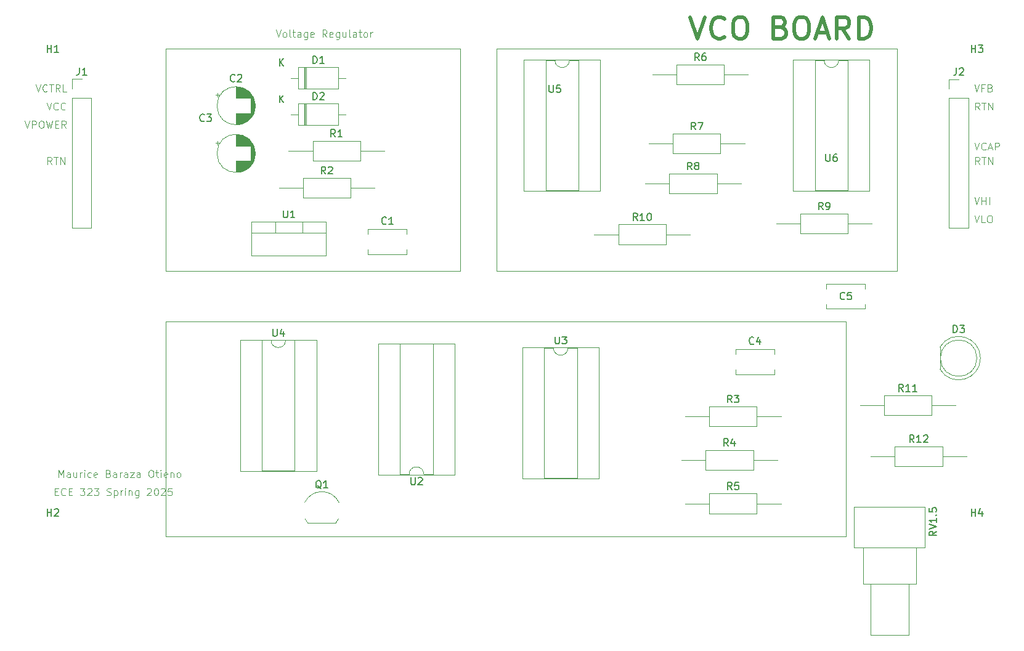
<source format=gbr>
%TF.GenerationSoftware,KiCad,Pcbnew,8.0.4*%
%TF.CreationDate,2025-02-17T12:27:47-05:00*%
%TF.ProjectId,VCO_MauriceO,56434f5f-4d61-4757-9269-63654f2e6b69,rev?*%
%TF.SameCoordinates,Original*%
%TF.FileFunction,Legend,Top*%
%TF.FilePolarity,Positive*%
%FSLAX46Y46*%
G04 Gerber Fmt 4.6, Leading zero omitted, Abs format (unit mm)*
G04 Created by KiCad (PCBNEW 8.0.4) date 2025-02-17 12:27:47*
%MOMM*%
%LPD*%
G01*
G04 APERTURE LIST*
%ADD10C,0.100000*%
%ADD11C,0.500000*%
%ADD12C,0.150000*%
%ADD13C,0.120000*%
G04 APERTURE END LIST*
D10*
X87303884Y-99872419D02*
X87303884Y-98872419D01*
X87303884Y-98872419D02*
X87637217Y-99586704D01*
X87637217Y-99586704D02*
X87970550Y-98872419D01*
X87970550Y-98872419D02*
X87970550Y-99872419D01*
X88875312Y-99872419D02*
X88875312Y-99348609D01*
X88875312Y-99348609D02*
X88827693Y-99253371D01*
X88827693Y-99253371D02*
X88732455Y-99205752D01*
X88732455Y-99205752D02*
X88541979Y-99205752D01*
X88541979Y-99205752D02*
X88446741Y-99253371D01*
X88875312Y-99824800D02*
X88780074Y-99872419D01*
X88780074Y-99872419D02*
X88541979Y-99872419D01*
X88541979Y-99872419D02*
X88446741Y-99824800D01*
X88446741Y-99824800D02*
X88399122Y-99729561D01*
X88399122Y-99729561D02*
X88399122Y-99634323D01*
X88399122Y-99634323D02*
X88446741Y-99539085D01*
X88446741Y-99539085D02*
X88541979Y-99491466D01*
X88541979Y-99491466D02*
X88780074Y-99491466D01*
X88780074Y-99491466D02*
X88875312Y-99443847D01*
X89780074Y-99205752D02*
X89780074Y-99872419D01*
X89351503Y-99205752D02*
X89351503Y-99729561D01*
X89351503Y-99729561D02*
X89399122Y-99824800D01*
X89399122Y-99824800D02*
X89494360Y-99872419D01*
X89494360Y-99872419D02*
X89637217Y-99872419D01*
X89637217Y-99872419D02*
X89732455Y-99824800D01*
X89732455Y-99824800D02*
X89780074Y-99777180D01*
X90256265Y-99872419D02*
X90256265Y-99205752D01*
X90256265Y-99396228D02*
X90303884Y-99300990D01*
X90303884Y-99300990D02*
X90351503Y-99253371D01*
X90351503Y-99253371D02*
X90446741Y-99205752D01*
X90446741Y-99205752D02*
X90541979Y-99205752D01*
X90875313Y-99872419D02*
X90875313Y-99205752D01*
X90875313Y-98872419D02*
X90827694Y-98920038D01*
X90827694Y-98920038D02*
X90875313Y-98967657D01*
X90875313Y-98967657D02*
X90922932Y-98920038D01*
X90922932Y-98920038D02*
X90875313Y-98872419D01*
X90875313Y-98872419D02*
X90875313Y-98967657D01*
X91780074Y-99824800D02*
X91684836Y-99872419D01*
X91684836Y-99872419D02*
X91494360Y-99872419D01*
X91494360Y-99872419D02*
X91399122Y-99824800D01*
X91399122Y-99824800D02*
X91351503Y-99777180D01*
X91351503Y-99777180D02*
X91303884Y-99681942D01*
X91303884Y-99681942D02*
X91303884Y-99396228D01*
X91303884Y-99396228D02*
X91351503Y-99300990D01*
X91351503Y-99300990D02*
X91399122Y-99253371D01*
X91399122Y-99253371D02*
X91494360Y-99205752D01*
X91494360Y-99205752D02*
X91684836Y-99205752D01*
X91684836Y-99205752D02*
X91780074Y-99253371D01*
X92589598Y-99824800D02*
X92494360Y-99872419D01*
X92494360Y-99872419D02*
X92303884Y-99872419D01*
X92303884Y-99872419D02*
X92208646Y-99824800D01*
X92208646Y-99824800D02*
X92161027Y-99729561D01*
X92161027Y-99729561D02*
X92161027Y-99348609D01*
X92161027Y-99348609D02*
X92208646Y-99253371D01*
X92208646Y-99253371D02*
X92303884Y-99205752D01*
X92303884Y-99205752D02*
X92494360Y-99205752D01*
X92494360Y-99205752D02*
X92589598Y-99253371D01*
X92589598Y-99253371D02*
X92637217Y-99348609D01*
X92637217Y-99348609D02*
X92637217Y-99443847D01*
X92637217Y-99443847D02*
X92161027Y-99539085D01*
X94161027Y-99348609D02*
X94303884Y-99396228D01*
X94303884Y-99396228D02*
X94351503Y-99443847D01*
X94351503Y-99443847D02*
X94399122Y-99539085D01*
X94399122Y-99539085D02*
X94399122Y-99681942D01*
X94399122Y-99681942D02*
X94351503Y-99777180D01*
X94351503Y-99777180D02*
X94303884Y-99824800D01*
X94303884Y-99824800D02*
X94208646Y-99872419D01*
X94208646Y-99872419D02*
X93827694Y-99872419D01*
X93827694Y-99872419D02*
X93827694Y-98872419D01*
X93827694Y-98872419D02*
X94161027Y-98872419D01*
X94161027Y-98872419D02*
X94256265Y-98920038D01*
X94256265Y-98920038D02*
X94303884Y-98967657D01*
X94303884Y-98967657D02*
X94351503Y-99062895D01*
X94351503Y-99062895D02*
X94351503Y-99158133D01*
X94351503Y-99158133D02*
X94303884Y-99253371D01*
X94303884Y-99253371D02*
X94256265Y-99300990D01*
X94256265Y-99300990D02*
X94161027Y-99348609D01*
X94161027Y-99348609D02*
X93827694Y-99348609D01*
X95256265Y-99872419D02*
X95256265Y-99348609D01*
X95256265Y-99348609D02*
X95208646Y-99253371D01*
X95208646Y-99253371D02*
X95113408Y-99205752D01*
X95113408Y-99205752D02*
X94922932Y-99205752D01*
X94922932Y-99205752D02*
X94827694Y-99253371D01*
X95256265Y-99824800D02*
X95161027Y-99872419D01*
X95161027Y-99872419D02*
X94922932Y-99872419D01*
X94922932Y-99872419D02*
X94827694Y-99824800D01*
X94827694Y-99824800D02*
X94780075Y-99729561D01*
X94780075Y-99729561D02*
X94780075Y-99634323D01*
X94780075Y-99634323D02*
X94827694Y-99539085D01*
X94827694Y-99539085D02*
X94922932Y-99491466D01*
X94922932Y-99491466D02*
X95161027Y-99491466D01*
X95161027Y-99491466D02*
X95256265Y-99443847D01*
X95732456Y-99872419D02*
X95732456Y-99205752D01*
X95732456Y-99396228D02*
X95780075Y-99300990D01*
X95780075Y-99300990D02*
X95827694Y-99253371D01*
X95827694Y-99253371D02*
X95922932Y-99205752D01*
X95922932Y-99205752D02*
X96018170Y-99205752D01*
X96780075Y-99872419D02*
X96780075Y-99348609D01*
X96780075Y-99348609D02*
X96732456Y-99253371D01*
X96732456Y-99253371D02*
X96637218Y-99205752D01*
X96637218Y-99205752D02*
X96446742Y-99205752D01*
X96446742Y-99205752D02*
X96351504Y-99253371D01*
X96780075Y-99824800D02*
X96684837Y-99872419D01*
X96684837Y-99872419D02*
X96446742Y-99872419D01*
X96446742Y-99872419D02*
X96351504Y-99824800D01*
X96351504Y-99824800D02*
X96303885Y-99729561D01*
X96303885Y-99729561D02*
X96303885Y-99634323D01*
X96303885Y-99634323D02*
X96351504Y-99539085D01*
X96351504Y-99539085D02*
X96446742Y-99491466D01*
X96446742Y-99491466D02*
X96684837Y-99491466D01*
X96684837Y-99491466D02*
X96780075Y-99443847D01*
X97161028Y-99205752D02*
X97684837Y-99205752D01*
X97684837Y-99205752D02*
X97161028Y-99872419D01*
X97161028Y-99872419D02*
X97684837Y-99872419D01*
X98494361Y-99872419D02*
X98494361Y-99348609D01*
X98494361Y-99348609D02*
X98446742Y-99253371D01*
X98446742Y-99253371D02*
X98351504Y-99205752D01*
X98351504Y-99205752D02*
X98161028Y-99205752D01*
X98161028Y-99205752D02*
X98065790Y-99253371D01*
X98494361Y-99824800D02*
X98399123Y-99872419D01*
X98399123Y-99872419D02*
X98161028Y-99872419D01*
X98161028Y-99872419D02*
X98065790Y-99824800D01*
X98065790Y-99824800D02*
X98018171Y-99729561D01*
X98018171Y-99729561D02*
X98018171Y-99634323D01*
X98018171Y-99634323D02*
X98065790Y-99539085D01*
X98065790Y-99539085D02*
X98161028Y-99491466D01*
X98161028Y-99491466D02*
X98399123Y-99491466D01*
X98399123Y-99491466D02*
X98494361Y-99443847D01*
X99922933Y-98872419D02*
X100113409Y-98872419D01*
X100113409Y-98872419D02*
X100208647Y-98920038D01*
X100208647Y-98920038D02*
X100303885Y-99015276D01*
X100303885Y-99015276D02*
X100351504Y-99205752D01*
X100351504Y-99205752D02*
X100351504Y-99539085D01*
X100351504Y-99539085D02*
X100303885Y-99729561D01*
X100303885Y-99729561D02*
X100208647Y-99824800D01*
X100208647Y-99824800D02*
X100113409Y-99872419D01*
X100113409Y-99872419D02*
X99922933Y-99872419D01*
X99922933Y-99872419D02*
X99827695Y-99824800D01*
X99827695Y-99824800D02*
X99732457Y-99729561D01*
X99732457Y-99729561D02*
X99684838Y-99539085D01*
X99684838Y-99539085D02*
X99684838Y-99205752D01*
X99684838Y-99205752D02*
X99732457Y-99015276D01*
X99732457Y-99015276D02*
X99827695Y-98920038D01*
X99827695Y-98920038D02*
X99922933Y-98872419D01*
X100637219Y-99205752D02*
X101018171Y-99205752D01*
X100780076Y-98872419D02*
X100780076Y-99729561D01*
X100780076Y-99729561D02*
X100827695Y-99824800D01*
X100827695Y-99824800D02*
X100922933Y-99872419D01*
X100922933Y-99872419D02*
X101018171Y-99872419D01*
X101351505Y-99872419D02*
X101351505Y-99205752D01*
X101351505Y-98872419D02*
X101303886Y-98920038D01*
X101303886Y-98920038D02*
X101351505Y-98967657D01*
X101351505Y-98967657D02*
X101399124Y-98920038D01*
X101399124Y-98920038D02*
X101351505Y-98872419D01*
X101351505Y-98872419D02*
X101351505Y-98967657D01*
X102208647Y-99824800D02*
X102113409Y-99872419D01*
X102113409Y-99872419D02*
X101922933Y-99872419D01*
X101922933Y-99872419D02*
X101827695Y-99824800D01*
X101827695Y-99824800D02*
X101780076Y-99729561D01*
X101780076Y-99729561D02*
X101780076Y-99348609D01*
X101780076Y-99348609D02*
X101827695Y-99253371D01*
X101827695Y-99253371D02*
X101922933Y-99205752D01*
X101922933Y-99205752D02*
X102113409Y-99205752D01*
X102113409Y-99205752D02*
X102208647Y-99253371D01*
X102208647Y-99253371D02*
X102256266Y-99348609D01*
X102256266Y-99348609D02*
X102256266Y-99443847D01*
X102256266Y-99443847D02*
X101780076Y-99539085D01*
X102684838Y-99205752D02*
X102684838Y-99872419D01*
X102684838Y-99300990D02*
X102732457Y-99253371D01*
X102732457Y-99253371D02*
X102827695Y-99205752D01*
X102827695Y-99205752D02*
X102970552Y-99205752D01*
X102970552Y-99205752D02*
X103065790Y-99253371D01*
X103065790Y-99253371D02*
X103113409Y-99348609D01*
X103113409Y-99348609D02*
X103113409Y-99872419D01*
X103732457Y-99872419D02*
X103637219Y-99824800D01*
X103637219Y-99824800D02*
X103589600Y-99777180D01*
X103589600Y-99777180D02*
X103541981Y-99681942D01*
X103541981Y-99681942D02*
X103541981Y-99396228D01*
X103541981Y-99396228D02*
X103589600Y-99300990D01*
X103589600Y-99300990D02*
X103637219Y-99253371D01*
X103637219Y-99253371D02*
X103732457Y-99205752D01*
X103732457Y-99205752D02*
X103875314Y-99205752D01*
X103875314Y-99205752D02*
X103970552Y-99253371D01*
X103970552Y-99253371D02*
X104018171Y-99300990D01*
X104018171Y-99300990D02*
X104065790Y-99396228D01*
X104065790Y-99396228D02*
X104065790Y-99681942D01*
X104065790Y-99681942D02*
X104018171Y-99777180D01*
X104018171Y-99777180D02*
X103970552Y-99824800D01*
X103970552Y-99824800D02*
X103875314Y-99872419D01*
X103875314Y-99872419D02*
X103732457Y-99872419D01*
X86803884Y-101848609D02*
X87137217Y-101848609D01*
X87280074Y-102372419D02*
X86803884Y-102372419D01*
X86803884Y-102372419D02*
X86803884Y-101372419D01*
X86803884Y-101372419D02*
X87280074Y-101372419D01*
X88280074Y-102277180D02*
X88232455Y-102324800D01*
X88232455Y-102324800D02*
X88089598Y-102372419D01*
X88089598Y-102372419D02*
X87994360Y-102372419D01*
X87994360Y-102372419D02*
X87851503Y-102324800D01*
X87851503Y-102324800D02*
X87756265Y-102229561D01*
X87756265Y-102229561D02*
X87708646Y-102134323D01*
X87708646Y-102134323D02*
X87661027Y-101943847D01*
X87661027Y-101943847D02*
X87661027Y-101800990D01*
X87661027Y-101800990D02*
X87708646Y-101610514D01*
X87708646Y-101610514D02*
X87756265Y-101515276D01*
X87756265Y-101515276D02*
X87851503Y-101420038D01*
X87851503Y-101420038D02*
X87994360Y-101372419D01*
X87994360Y-101372419D02*
X88089598Y-101372419D01*
X88089598Y-101372419D02*
X88232455Y-101420038D01*
X88232455Y-101420038D02*
X88280074Y-101467657D01*
X88708646Y-101848609D02*
X89041979Y-101848609D01*
X89184836Y-102372419D02*
X88708646Y-102372419D01*
X88708646Y-102372419D02*
X88708646Y-101372419D01*
X88708646Y-101372419D02*
X89184836Y-101372419D01*
X90280075Y-101372419D02*
X90899122Y-101372419D01*
X90899122Y-101372419D02*
X90565789Y-101753371D01*
X90565789Y-101753371D02*
X90708646Y-101753371D01*
X90708646Y-101753371D02*
X90803884Y-101800990D01*
X90803884Y-101800990D02*
X90851503Y-101848609D01*
X90851503Y-101848609D02*
X90899122Y-101943847D01*
X90899122Y-101943847D02*
X90899122Y-102181942D01*
X90899122Y-102181942D02*
X90851503Y-102277180D01*
X90851503Y-102277180D02*
X90803884Y-102324800D01*
X90803884Y-102324800D02*
X90708646Y-102372419D01*
X90708646Y-102372419D02*
X90422932Y-102372419D01*
X90422932Y-102372419D02*
X90327694Y-102324800D01*
X90327694Y-102324800D02*
X90280075Y-102277180D01*
X91280075Y-101467657D02*
X91327694Y-101420038D01*
X91327694Y-101420038D02*
X91422932Y-101372419D01*
X91422932Y-101372419D02*
X91661027Y-101372419D01*
X91661027Y-101372419D02*
X91756265Y-101420038D01*
X91756265Y-101420038D02*
X91803884Y-101467657D01*
X91803884Y-101467657D02*
X91851503Y-101562895D01*
X91851503Y-101562895D02*
X91851503Y-101658133D01*
X91851503Y-101658133D02*
X91803884Y-101800990D01*
X91803884Y-101800990D02*
X91232456Y-102372419D01*
X91232456Y-102372419D02*
X91851503Y-102372419D01*
X92184837Y-101372419D02*
X92803884Y-101372419D01*
X92803884Y-101372419D02*
X92470551Y-101753371D01*
X92470551Y-101753371D02*
X92613408Y-101753371D01*
X92613408Y-101753371D02*
X92708646Y-101800990D01*
X92708646Y-101800990D02*
X92756265Y-101848609D01*
X92756265Y-101848609D02*
X92803884Y-101943847D01*
X92803884Y-101943847D02*
X92803884Y-102181942D01*
X92803884Y-102181942D02*
X92756265Y-102277180D01*
X92756265Y-102277180D02*
X92708646Y-102324800D01*
X92708646Y-102324800D02*
X92613408Y-102372419D01*
X92613408Y-102372419D02*
X92327694Y-102372419D01*
X92327694Y-102372419D02*
X92232456Y-102324800D01*
X92232456Y-102324800D02*
X92184837Y-102277180D01*
X93946742Y-102324800D02*
X94089599Y-102372419D01*
X94089599Y-102372419D02*
X94327694Y-102372419D01*
X94327694Y-102372419D02*
X94422932Y-102324800D01*
X94422932Y-102324800D02*
X94470551Y-102277180D01*
X94470551Y-102277180D02*
X94518170Y-102181942D01*
X94518170Y-102181942D02*
X94518170Y-102086704D01*
X94518170Y-102086704D02*
X94470551Y-101991466D01*
X94470551Y-101991466D02*
X94422932Y-101943847D01*
X94422932Y-101943847D02*
X94327694Y-101896228D01*
X94327694Y-101896228D02*
X94137218Y-101848609D01*
X94137218Y-101848609D02*
X94041980Y-101800990D01*
X94041980Y-101800990D02*
X93994361Y-101753371D01*
X93994361Y-101753371D02*
X93946742Y-101658133D01*
X93946742Y-101658133D02*
X93946742Y-101562895D01*
X93946742Y-101562895D02*
X93994361Y-101467657D01*
X93994361Y-101467657D02*
X94041980Y-101420038D01*
X94041980Y-101420038D02*
X94137218Y-101372419D01*
X94137218Y-101372419D02*
X94375313Y-101372419D01*
X94375313Y-101372419D02*
X94518170Y-101420038D01*
X94946742Y-101705752D02*
X94946742Y-102705752D01*
X94946742Y-101753371D02*
X95041980Y-101705752D01*
X95041980Y-101705752D02*
X95232456Y-101705752D01*
X95232456Y-101705752D02*
X95327694Y-101753371D01*
X95327694Y-101753371D02*
X95375313Y-101800990D01*
X95375313Y-101800990D02*
X95422932Y-101896228D01*
X95422932Y-101896228D02*
X95422932Y-102181942D01*
X95422932Y-102181942D02*
X95375313Y-102277180D01*
X95375313Y-102277180D02*
X95327694Y-102324800D01*
X95327694Y-102324800D02*
X95232456Y-102372419D01*
X95232456Y-102372419D02*
X95041980Y-102372419D01*
X95041980Y-102372419D02*
X94946742Y-102324800D01*
X95851504Y-102372419D02*
X95851504Y-101705752D01*
X95851504Y-101896228D02*
X95899123Y-101800990D01*
X95899123Y-101800990D02*
X95946742Y-101753371D01*
X95946742Y-101753371D02*
X96041980Y-101705752D01*
X96041980Y-101705752D02*
X96137218Y-101705752D01*
X96470552Y-102372419D02*
X96470552Y-101705752D01*
X96470552Y-101372419D02*
X96422933Y-101420038D01*
X96422933Y-101420038D02*
X96470552Y-101467657D01*
X96470552Y-101467657D02*
X96518171Y-101420038D01*
X96518171Y-101420038D02*
X96470552Y-101372419D01*
X96470552Y-101372419D02*
X96470552Y-101467657D01*
X96946742Y-101705752D02*
X96946742Y-102372419D01*
X96946742Y-101800990D02*
X96994361Y-101753371D01*
X96994361Y-101753371D02*
X97089599Y-101705752D01*
X97089599Y-101705752D02*
X97232456Y-101705752D01*
X97232456Y-101705752D02*
X97327694Y-101753371D01*
X97327694Y-101753371D02*
X97375313Y-101848609D01*
X97375313Y-101848609D02*
X97375313Y-102372419D01*
X98280075Y-101705752D02*
X98280075Y-102515276D01*
X98280075Y-102515276D02*
X98232456Y-102610514D01*
X98232456Y-102610514D02*
X98184837Y-102658133D01*
X98184837Y-102658133D02*
X98089599Y-102705752D01*
X98089599Y-102705752D02*
X97946742Y-102705752D01*
X97946742Y-102705752D02*
X97851504Y-102658133D01*
X98280075Y-102324800D02*
X98184837Y-102372419D01*
X98184837Y-102372419D02*
X97994361Y-102372419D01*
X97994361Y-102372419D02*
X97899123Y-102324800D01*
X97899123Y-102324800D02*
X97851504Y-102277180D01*
X97851504Y-102277180D02*
X97803885Y-102181942D01*
X97803885Y-102181942D02*
X97803885Y-101896228D01*
X97803885Y-101896228D02*
X97851504Y-101800990D01*
X97851504Y-101800990D02*
X97899123Y-101753371D01*
X97899123Y-101753371D02*
X97994361Y-101705752D01*
X97994361Y-101705752D02*
X98184837Y-101705752D01*
X98184837Y-101705752D02*
X98280075Y-101753371D01*
X99470552Y-101467657D02*
X99518171Y-101420038D01*
X99518171Y-101420038D02*
X99613409Y-101372419D01*
X99613409Y-101372419D02*
X99851504Y-101372419D01*
X99851504Y-101372419D02*
X99946742Y-101420038D01*
X99946742Y-101420038D02*
X99994361Y-101467657D01*
X99994361Y-101467657D02*
X100041980Y-101562895D01*
X100041980Y-101562895D02*
X100041980Y-101658133D01*
X100041980Y-101658133D02*
X99994361Y-101800990D01*
X99994361Y-101800990D02*
X99422933Y-102372419D01*
X99422933Y-102372419D02*
X100041980Y-102372419D01*
X100661028Y-101372419D02*
X100756266Y-101372419D01*
X100756266Y-101372419D02*
X100851504Y-101420038D01*
X100851504Y-101420038D02*
X100899123Y-101467657D01*
X100899123Y-101467657D02*
X100946742Y-101562895D01*
X100946742Y-101562895D02*
X100994361Y-101753371D01*
X100994361Y-101753371D02*
X100994361Y-101991466D01*
X100994361Y-101991466D02*
X100946742Y-102181942D01*
X100946742Y-102181942D02*
X100899123Y-102277180D01*
X100899123Y-102277180D02*
X100851504Y-102324800D01*
X100851504Y-102324800D02*
X100756266Y-102372419D01*
X100756266Y-102372419D02*
X100661028Y-102372419D01*
X100661028Y-102372419D02*
X100565790Y-102324800D01*
X100565790Y-102324800D02*
X100518171Y-102277180D01*
X100518171Y-102277180D02*
X100470552Y-102181942D01*
X100470552Y-102181942D02*
X100422933Y-101991466D01*
X100422933Y-101991466D02*
X100422933Y-101753371D01*
X100422933Y-101753371D02*
X100470552Y-101562895D01*
X100470552Y-101562895D02*
X100518171Y-101467657D01*
X100518171Y-101467657D02*
X100565790Y-101420038D01*
X100565790Y-101420038D02*
X100661028Y-101372419D01*
X101375314Y-101467657D02*
X101422933Y-101420038D01*
X101422933Y-101420038D02*
X101518171Y-101372419D01*
X101518171Y-101372419D02*
X101756266Y-101372419D01*
X101756266Y-101372419D02*
X101851504Y-101420038D01*
X101851504Y-101420038D02*
X101899123Y-101467657D01*
X101899123Y-101467657D02*
X101946742Y-101562895D01*
X101946742Y-101562895D02*
X101946742Y-101658133D01*
X101946742Y-101658133D02*
X101899123Y-101800990D01*
X101899123Y-101800990D02*
X101327695Y-102372419D01*
X101327695Y-102372419D02*
X101946742Y-102372419D01*
X102851504Y-101372419D02*
X102375314Y-101372419D01*
X102375314Y-101372419D02*
X102327695Y-101848609D01*
X102327695Y-101848609D02*
X102375314Y-101800990D01*
X102375314Y-101800990D02*
X102470552Y-101753371D01*
X102470552Y-101753371D02*
X102708647Y-101753371D01*
X102708647Y-101753371D02*
X102803885Y-101800990D01*
X102803885Y-101800990D02*
X102851504Y-101848609D01*
X102851504Y-101848609D02*
X102899123Y-101943847D01*
X102899123Y-101943847D02*
X102899123Y-102181942D01*
X102899123Y-102181942D02*
X102851504Y-102277180D01*
X102851504Y-102277180D02*
X102803885Y-102324800D01*
X102803885Y-102324800D02*
X102708647Y-102372419D01*
X102708647Y-102372419D02*
X102470552Y-102372419D01*
X102470552Y-102372419D02*
X102375314Y-102324800D01*
X102375314Y-102324800D02*
X102327695Y-102277180D01*
X102000000Y-78500000D02*
X195500000Y-78500000D01*
X195500000Y-108000000D01*
X102000000Y-108000000D01*
X102000000Y-78500000D01*
X147500000Y-41000000D02*
X202500000Y-41000000D01*
X202500000Y-71500000D01*
X147500000Y-71500000D01*
X147500000Y-41000000D01*
X102000000Y-41000000D02*
X142500000Y-41000000D01*
X142500000Y-71500000D01*
X102000000Y-71500000D01*
X102000000Y-41000000D01*
D11*
X174114661Y-36606857D02*
X175114661Y-39606857D01*
X175114661Y-39606857D02*
X176114661Y-36606857D01*
X178828947Y-39321142D02*
X178686090Y-39464000D01*
X178686090Y-39464000D02*
X178257518Y-39606857D01*
X178257518Y-39606857D02*
X177971804Y-39606857D01*
X177971804Y-39606857D02*
X177543233Y-39464000D01*
X177543233Y-39464000D02*
X177257518Y-39178285D01*
X177257518Y-39178285D02*
X177114661Y-38892571D01*
X177114661Y-38892571D02*
X176971804Y-38321142D01*
X176971804Y-38321142D02*
X176971804Y-37892571D01*
X176971804Y-37892571D02*
X177114661Y-37321142D01*
X177114661Y-37321142D02*
X177257518Y-37035428D01*
X177257518Y-37035428D02*
X177543233Y-36749714D01*
X177543233Y-36749714D02*
X177971804Y-36606857D01*
X177971804Y-36606857D02*
X178257518Y-36606857D01*
X178257518Y-36606857D02*
X178686090Y-36749714D01*
X178686090Y-36749714D02*
X178828947Y-36892571D01*
X180686090Y-36606857D02*
X181257518Y-36606857D01*
X181257518Y-36606857D02*
X181543233Y-36749714D01*
X181543233Y-36749714D02*
X181828947Y-37035428D01*
X181828947Y-37035428D02*
X181971804Y-37606857D01*
X181971804Y-37606857D02*
X181971804Y-38606857D01*
X181971804Y-38606857D02*
X181828947Y-39178285D01*
X181828947Y-39178285D02*
X181543233Y-39464000D01*
X181543233Y-39464000D02*
X181257518Y-39606857D01*
X181257518Y-39606857D02*
X180686090Y-39606857D01*
X180686090Y-39606857D02*
X180400376Y-39464000D01*
X180400376Y-39464000D02*
X180114661Y-39178285D01*
X180114661Y-39178285D02*
X179971804Y-38606857D01*
X179971804Y-38606857D02*
X179971804Y-37606857D01*
X179971804Y-37606857D02*
X180114661Y-37035428D01*
X180114661Y-37035428D02*
X180400376Y-36749714D01*
X180400376Y-36749714D02*
X180686090Y-36606857D01*
X186543232Y-38035428D02*
X186971804Y-38178285D01*
X186971804Y-38178285D02*
X187114661Y-38321142D01*
X187114661Y-38321142D02*
X187257518Y-38606857D01*
X187257518Y-38606857D02*
X187257518Y-39035428D01*
X187257518Y-39035428D02*
X187114661Y-39321142D01*
X187114661Y-39321142D02*
X186971804Y-39464000D01*
X186971804Y-39464000D02*
X186686089Y-39606857D01*
X186686089Y-39606857D02*
X185543232Y-39606857D01*
X185543232Y-39606857D02*
X185543232Y-36606857D01*
X185543232Y-36606857D02*
X186543232Y-36606857D01*
X186543232Y-36606857D02*
X186828947Y-36749714D01*
X186828947Y-36749714D02*
X186971804Y-36892571D01*
X186971804Y-36892571D02*
X187114661Y-37178285D01*
X187114661Y-37178285D02*
X187114661Y-37464000D01*
X187114661Y-37464000D02*
X186971804Y-37749714D01*
X186971804Y-37749714D02*
X186828947Y-37892571D01*
X186828947Y-37892571D02*
X186543232Y-38035428D01*
X186543232Y-38035428D02*
X185543232Y-38035428D01*
X189114661Y-36606857D02*
X189686089Y-36606857D01*
X189686089Y-36606857D02*
X189971804Y-36749714D01*
X189971804Y-36749714D02*
X190257518Y-37035428D01*
X190257518Y-37035428D02*
X190400375Y-37606857D01*
X190400375Y-37606857D02*
X190400375Y-38606857D01*
X190400375Y-38606857D02*
X190257518Y-39178285D01*
X190257518Y-39178285D02*
X189971804Y-39464000D01*
X189971804Y-39464000D02*
X189686089Y-39606857D01*
X189686089Y-39606857D02*
X189114661Y-39606857D01*
X189114661Y-39606857D02*
X188828947Y-39464000D01*
X188828947Y-39464000D02*
X188543232Y-39178285D01*
X188543232Y-39178285D02*
X188400375Y-38606857D01*
X188400375Y-38606857D02*
X188400375Y-37606857D01*
X188400375Y-37606857D02*
X188543232Y-37035428D01*
X188543232Y-37035428D02*
X188828947Y-36749714D01*
X188828947Y-36749714D02*
X189114661Y-36606857D01*
X191543232Y-38749714D02*
X192971804Y-38749714D01*
X191257518Y-39606857D02*
X192257518Y-36606857D01*
X192257518Y-36606857D02*
X193257518Y-39606857D01*
X195971804Y-39606857D02*
X194971804Y-38178285D01*
X194257518Y-39606857D02*
X194257518Y-36606857D01*
X194257518Y-36606857D02*
X195400375Y-36606857D01*
X195400375Y-36606857D02*
X195686090Y-36749714D01*
X195686090Y-36749714D02*
X195828947Y-36892571D01*
X195828947Y-36892571D02*
X195971804Y-37178285D01*
X195971804Y-37178285D02*
X195971804Y-37606857D01*
X195971804Y-37606857D02*
X195828947Y-37892571D01*
X195828947Y-37892571D02*
X195686090Y-38035428D01*
X195686090Y-38035428D02*
X195400375Y-38178285D01*
X195400375Y-38178285D02*
X194257518Y-38178285D01*
X197257518Y-39606857D02*
X197257518Y-36606857D01*
X197257518Y-36606857D02*
X197971804Y-36606857D01*
X197971804Y-36606857D02*
X198400375Y-36749714D01*
X198400375Y-36749714D02*
X198686090Y-37035428D01*
X198686090Y-37035428D02*
X198828947Y-37321142D01*
X198828947Y-37321142D02*
X198971804Y-37892571D01*
X198971804Y-37892571D02*
X198971804Y-38321142D01*
X198971804Y-38321142D02*
X198828947Y-38892571D01*
X198828947Y-38892571D02*
X198686090Y-39178285D01*
X198686090Y-39178285D02*
X198400375Y-39464000D01*
X198400375Y-39464000D02*
X197971804Y-39606857D01*
X197971804Y-39606857D02*
X197257518Y-39606857D01*
D10*
X213875312Y-49372419D02*
X213541979Y-48896228D01*
X213303884Y-49372419D02*
X213303884Y-48372419D01*
X213303884Y-48372419D02*
X213684836Y-48372419D01*
X213684836Y-48372419D02*
X213780074Y-48420038D01*
X213780074Y-48420038D02*
X213827693Y-48467657D01*
X213827693Y-48467657D02*
X213875312Y-48562895D01*
X213875312Y-48562895D02*
X213875312Y-48705752D01*
X213875312Y-48705752D02*
X213827693Y-48800990D01*
X213827693Y-48800990D02*
X213780074Y-48848609D01*
X213780074Y-48848609D02*
X213684836Y-48896228D01*
X213684836Y-48896228D02*
X213303884Y-48896228D01*
X214161027Y-48372419D02*
X214732455Y-48372419D01*
X214446741Y-49372419D02*
X214446741Y-48372419D01*
X215065789Y-49372419D02*
X215065789Y-48372419D01*
X215065789Y-48372419D02*
X215637217Y-49372419D01*
X215637217Y-49372419D02*
X215637217Y-48372419D01*
X82661027Y-50872419D02*
X82994360Y-51872419D01*
X82994360Y-51872419D02*
X83327693Y-50872419D01*
X83661027Y-51872419D02*
X83661027Y-50872419D01*
X83661027Y-50872419D02*
X84041979Y-50872419D01*
X84041979Y-50872419D02*
X84137217Y-50920038D01*
X84137217Y-50920038D02*
X84184836Y-50967657D01*
X84184836Y-50967657D02*
X84232455Y-51062895D01*
X84232455Y-51062895D02*
X84232455Y-51205752D01*
X84232455Y-51205752D02*
X84184836Y-51300990D01*
X84184836Y-51300990D02*
X84137217Y-51348609D01*
X84137217Y-51348609D02*
X84041979Y-51396228D01*
X84041979Y-51396228D02*
X83661027Y-51396228D01*
X84851503Y-50872419D02*
X85041979Y-50872419D01*
X85041979Y-50872419D02*
X85137217Y-50920038D01*
X85137217Y-50920038D02*
X85232455Y-51015276D01*
X85232455Y-51015276D02*
X85280074Y-51205752D01*
X85280074Y-51205752D02*
X85280074Y-51539085D01*
X85280074Y-51539085D02*
X85232455Y-51729561D01*
X85232455Y-51729561D02*
X85137217Y-51824800D01*
X85137217Y-51824800D02*
X85041979Y-51872419D01*
X85041979Y-51872419D02*
X84851503Y-51872419D01*
X84851503Y-51872419D02*
X84756265Y-51824800D01*
X84756265Y-51824800D02*
X84661027Y-51729561D01*
X84661027Y-51729561D02*
X84613408Y-51539085D01*
X84613408Y-51539085D02*
X84613408Y-51205752D01*
X84613408Y-51205752D02*
X84661027Y-51015276D01*
X84661027Y-51015276D02*
X84756265Y-50920038D01*
X84756265Y-50920038D02*
X84851503Y-50872419D01*
X85613408Y-50872419D02*
X85851503Y-51872419D01*
X85851503Y-51872419D02*
X86041979Y-51158133D01*
X86041979Y-51158133D02*
X86232455Y-51872419D01*
X86232455Y-51872419D02*
X86470551Y-50872419D01*
X86851503Y-51348609D02*
X87184836Y-51348609D01*
X87327693Y-51872419D02*
X86851503Y-51872419D01*
X86851503Y-51872419D02*
X86851503Y-50872419D01*
X86851503Y-50872419D02*
X87327693Y-50872419D01*
X88327693Y-51872419D02*
X87994360Y-51396228D01*
X87756265Y-51872419D02*
X87756265Y-50872419D01*
X87756265Y-50872419D02*
X88137217Y-50872419D01*
X88137217Y-50872419D02*
X88232455Y-50920038D01*
X88232455Y-50920038D02*
X88280074Y-50967657D01*
X88280074Y-50967657D02*
X88327693Y-51062895D01*
X88327693Y-51062895D02*
X88327693Y-51205752D01*
X88327693Y-51205752D02*
X88280074Y-51300990D01*
X88280074Y-51300990D02*
X88232455Y-51348609D01*
X88232455Y-51348609D02*
X88137217Y-51396228D01*
X88137217Y-51396228D02*
X87756265Y-51396228D01*
X213161027Y-63872419D02*
X213494360Y-64872419D01*
X213494360Y-64872419D02*
X213827693Y-63872419D01*
X214637217Y-64872419D02*
X214161027Y-64872419D01*
X214161027Y-64872419D02*
X214161027Y-63872419D01*
X215161027Y-63872419D02*
X215351503Y-63872419D01*
X215351503Y-63872419D02*
X215446741Y-63920038D01*
X215446741Y-63920038D02*
X215541979Y-64015276D01*
X215541979Y-64015276D02*
X215589598Y-64205752D01*
X215589598Y-64205752D02*
X215589598Y-64539085D01*
X215589598Y-64539085D02*
X215541979Y-64729561D01*
X215541979Y-64729561D02*
X215446741Y-64824800D01*
X215446741Y-64824800D02*
X215351503Y-64872419D01*
X215351503Y-64872419D02*
X215161027Y-64872419D01*
X215161027Y-64872419D02*
X215065789Y-64824800D01*
X215065789Y-64824800D02*
X214970551Y-64729561D01*
X214970551Y-64729561D02*
X214922932Y-64539085D01*
X214922932Y-64539085D02*
X214922932Y-64205752D01*
X214922932Y-64205752D02*
X214970551Y-64015276D01*
X214970551Y-64015276D02*
X215065789Y-63920038D01*
X215065789Y-63920038D02*
X215161027Y-63872419D01*
X86375312Y-56872419D02*
X86041979Y-56396228D01*
X85803884Y-56872419D02*
X85803884Y-55872419D01*
X85803884Y-55872419D02*
X86184836Y-55872419D01*
X86184836Y-55872419D02*
X86280074Y-55920038D01*
X86280074Y-55920038D02*
X86327693Y-55967657D01*
X86327693Y-55967657D02*
X86375312Y-56062895D01*
X86375312Y-56062895D02*
X86375312Y-56205752D01*
X86375312Y-56205752D02*
X86327693Y-56300990D01*
X86327693Y-56300990D02*
X86280074Y-56348609D01*
X86280074Y-56348609D02*
X86184836Y-56396228D01*
X86184836Y-56396228D02*
X85803884Y-56396228D01*
X86661027Y-55872419D02*
X87232455Y-55872419D01*
X86946741Y-56872419D02*
X86946741Y-55872419D01*
X87565789Y-56872419D02*
X87565789Y-55872419D01*
X87565789Y-55872419D02*
X88137217Y-56872419D01*
X88137217Y-56872419D02*
X88137217Y-55872419D01*
X85661027Y-48372419D02*
X85994360Y-49372419D01*
X85994360Y-49372419D02*
X86327693Y-48372419D01*
X87232455Y-49277180D02*
X87184836Y-49324800D01*
X87184836Y-49324800D02*
X87041979Y-49372419D01*
X87041979Y-49372419D02*
X86946741Y-49372419D01*
X86946741Y-49372419D02*
X86803884Y-49324800D01*
X86803884Y-49324800D02*
X86708646Y-49229561D01*
X86708646Y-49229561D02*
X86661027Y-49134323D01*
X86661027Y-49134323D02*
X86613408Y-48943847D01*
X86613408Y-48943847D02*
X86613408Y-48800990D01*
X86613408Y-48800990D02*
X86661027Y-48610514D01*
X86661027Y-48610514D02*
X86708646Y-48515276D01*
X86708646Y-48515276D02*
X86803884Y-48420038D01*
X86803884Y-48420038D02*
X86946741Y-48372419D01*
X86946741Y-48372419D02*
X87041979Y-48372419D01*
X87041979Y-48372419D02*
X87184836Y-48420038D01*
X87184836Y-48420038D02*
X87232455Y-48467657D01*
X88232455Y-49277180D02*
X88184836Y-49324800D01*
X88184836Y-49324800D02*
X88041979Y-49372419D01*
X88041979Y-49372419D02*
X87946741Y-49372419D01*
X87946741Y-49372419D02*
X87803884Y-49324800D01*
X87803884Y-49324800D02*
X87708646Y-49229561D01*
X87708646Y-49229561D02*
X87661027Y-49134323D01*
X87661027Y-49134323D02*
X87613408Y-48943847D01*
X87613408Y-48943847D02*
X87613408Y-48800990D01*
X87613408Y-48800990D02*
X87661027Y-48610514D01*
X87661027Y-48610514D02*
X87708646Y-48515276D01*
X87708646Y-48515276D02*
X87803884Y-48420038D01*
X87803884Y-48420038D02*
X87946741Y-48372419D01*
X87946741Y-48372419D02*
X88041979Y-48372419D01*
X88041979Y-48372419D02*
X88184836Y-48420038D01*
X88184836Y-48420038D02*
X88232455Y-48467657D01*
X213161027Y-53872419D02*
X213494360Y-54872419D01*
X213494360Y-54872419D02*
X213827693Y-53872419D01*
X214732455Y-54777180D02*
X214684836Y-54824800D01*
X214684836Y-54824800D02*
X214541979Y-54872419D01*
X214541979Y-54872419D02*
X214446741Y-54872419D01*
X214446741Y-54872419D02*
X214303884Y-54824800D01*
X214303884Y-54824800D02*
X214208646Y-54729561D01*
X214208646Y-54729561D02*
X214161027Y-54634323D01*
X214161027Y-54634323D02*
X214113408Y-54443847D01*
X214113408Y-54443847D02*
X214113408Y-54300990D01*
X214113408Y-54300990D02*
X214161027Y-54110514D01*
X214161027Y-54110514D02*
X214208646Y-54015276D01*
X214208646Y-54015276D02*
X214303884Y-53920038D01*
X214303884Y-53920038D02*
X214446741Y-53872419D01*
X214446741Y-53872419D02*
X214541979Y-53872419D01*
X214541979Y-53872419D02*
X214684836Y-53920038D01*
X214684836Y-53920038D02*
X214732455Y-53967657D01*
X215113408Y-54586704D02*
X215589598Y-54586704D01*
X215018170Y-54872419D02*
X215351503Y-53872419D01*
X215351503Y-53872419D02*
X215684836Y-54872419D01*
X216018170Y-54872419D02*
X216018170Y-53872419D01*
X216018170Y-53872419D02*
X216399122Y-53872419D01*
X216399122Y-53872419D02*
X216494360Y-53920038D01*
X216494360Y-53920038D02*
X216541979Y-53967657D01*
X216541979Y-53967657D02*
X216589598Y-54062895D01*
X216589598Y-54062895D02*
X216589598Y-54205752D01*
X216589598Y-54205752D02*
X216541979Y-54300990D01*
X216541979Y-54300990D02*
X216494360Y-54348609D01*
X216494360Y-54348609D02*
X216399122Y-54396228D01*
X216399122Y-54396228D02*
X216018170Y-54396228D01*
X213161027Y-61372419D02*
X213494360Y-62372419D01*
X213494360Y-62372419D02*
X213827693Y-61372419D01*
X214161027Y-62372419D02*
X214161027Y-61372419D01*
X214161027Y-61848609D02*
X214732455Y-61848609D01*
X214732455Y-62372419D02*
X214732455Y-61372419D01*
X215208646Y-62372419D02*
X215208646Y-61372419D01*
X213161027Y-45872419D02*
X213494360Y-46872419D01*
X213494360Y-46872419D02*
X213827693Y-45872419D01*
X214494360Y-46348609D02*
X214161027Y-46348609D01*
X214161027Y-46872419D02*
X214161027Y-45872419D01*
X214161027Y-45872419D02*
X214637217Y-45872419D01*
X215351503Y-46348609D02*
X215494360Y-46396228D01*
X215494360Y-46396228D02*
X215541979Y-46443847D01*
X215541979Y-46443847D02*
X215589598Y-46539085D01*
X215589598Y-46539085D02*
X215589598Y-46681942D01*
X215589598Y-46681942D02*
X215541979Y-46777180D01*
X215541979Y-46777180D02*
X215494360Y-46824800D01*
X215494360Y-46824800D02*
X215399122Y-46872419D01*
X215399122Y-46872419D02*
X215018170Y-46872419D01*
X215018170Y-46872419D02*
X215018170Y-45872419D01*
X215018170Y-45872419D02*
X215351503Y-45872419D01*
X215351503Y-45872419D02*
X215446741Y-45920038D01*
X215446741Y-45920038D02*
X215494360Y-45967657D01*
X215494360Y-45967657D02*
X215541979Y-46062895D01*
X215541979Y-46062895D02*
X215541979Y-46158133D01*
X215541979Y-46158133D02*
X215494360Y-46253371D01*
X215494360Y-46253371D02*
X215446741Y-46300990D01*
X215446741Y-46300990D02*
X215351503Y-46348609D01*
X215351503Y-46348609D02*
X215018170Y-46348609D01*
X84161027Y-45872419D02*
X84494360Y-46872419D01*
X84494360Y-46872419D02*
X84827693Y-45872419D01*
X85732455Y-46777180D02*
X85684836Y-46824800D01*
X85684836Y-46824800D02*
X85541979Y-46872419D01*
X85541979Y-46872419D02*
X85446741Y-46872419D01*
X85446741Y-46872419D02*
X85303884Y-46824800D01*
X85303884Y-46824800D02*
X85208646Y-46729561D01*
X85208646Y-46729561D02*
X85161027Y-46634323D01*
X85161027Y-46634323D02*
X85113408Y-46443847D01*
X85113408Y-46443847D02*
X85113408Y-46300990D01*
X85113408Y-46300990D02*
X85161027Y-46110514D01*
X85161027Y-46110514D02*
X85208646Y-46015276D01*
X85208646Y-46015276D02*
X85303884Y-45920038D01*
X85303884Y-45920038D02*
X85446741Y-45872419D01*
X85446741Y-45872419D02*
X85541979Y-45872419D01*
X85541979Y-45872419D02*
X85684836Y-45920038D01*
X85684836Y-45920038D02*
X85732455Y-45967657D01*
X86018170Y-45872419D02*
X86589598Y-45872419D01*
X86303884Y-46872419D02*
X86303884Y-45872419D01*
X87494360Y-46872419D02*
X87161027Y-46396228D01*
X86922932Y-46872419D02*
X86922932Y-45872419D01*
X86922932Y-45872419D02*
X87303884Y-45872419D01*
X87303884Y-45872419D02*
X87399122Y-45920038D01*
X87399122Y-45920038D02*
X87446741Y-45967657D01*
X87446741Y-45967657D02*
X87494360Y-46062895D01*
X87494360Y-46062895D02*
X87494360Y-46205752D01*
X87494360Y-46205752D02*
X87446741Y-46300990D01*
X87446741Y-46300990D02*
X87399122Y-46348609D01*
X87399122Y-46348609D02*
X87303884Y-46396228D01*
X87303884Y-46396228D02*
X86922932Y-46396228D01*
X88399122Y-46872419D02*
X87922932Y-46872419D01*
X87922932Y-46872419D02*
X87922932Y-45872419D01*
X117161027Y-38372419D02*
X117494360Y-39372419D01*
X117494360Y-39372419D02*
X117827693Y-38372419D01*
X118303884Y-39372419D02*
X118208646Y-39324800D01*
X118208646Y-39324800D02*
X118161027Y-39277180D01*
X118161027Y-39277180D02*
X118113408Y-39181942D01*
X118113408Y-39181942D02*
X118113408Y-38896228D01*
X118113408Y-38896228D02*
X118161027Y-38800990D01*
X118161027Y-38800990D02*
X118208646Y-38753371D01*
X118208646Y-38753371D02*
X118303884Y-38705752D01*
X118303884Y-38705752D02*
X118446741Y-38705752D01*
X118446741Y-38705752D02*
X118541979Y-38753371D01*
X118541979Y-38753371D02*
X118589598Y-38800990D01*
X118589598Y-38800990D02*
X118637217Y-38896228D01*
X118637217Y-38896228D02*
X118637217Y-39181942D01*
X118637217Y-39181942D02*
X118589598Y-39277180D01*
X118589598Y-39277180D02*
X118541979Y-39324800D01*
X118541979Y-39324800D02*
X118446741Y-39372419D01*
X118446741Y-39372419D02*
X118303884Y-39372419D01*
X119208646Y-39372419D02*
X119113408Y-39324800D01*
X119113408Y-39324800D02*
X119065789Y-39229561D01*
X119065789Y-39229561D02*
X119065789Y-38372419D01*
X119446742Y-38705752D02*
X119827694Y-38705752D01*
X119589599Y-38372419D02*
X119589599Y-39229561D01*
X119589599Y-39229561D02*
X119637218Y-39324800D01*
X119637218Y-39324800D02*
X119732456Y-39372419D01*
X119732456Y-39372419D02*
X119827694Y-39372419D01*
X120589599Y-39372419D02*
X120589599Y-38848609D01*
X120589599Y-38848609D02*
X120541980Y-38753371D01*
X120541980Y-38753371D02*
X120446742Y-38705752D01*
X120446742Y-38705752D02*
X120256266Y-38705752D01*
X120256266Y-38705752D02*
X120161028Y-38753371D01*
X120589599Y-39324800D02*
X120494361Y-39372419D01*
X120494361Y-39372419D02*
X120256266Y-39372419D01*
X120256266Y-39372419D02*
X120161028Y-39324800D01*
X120161028Y-39324800D02*
X120113409Y-39229561D01*
X120113409Y-39229561D02*
X120113409Y-39134323D01*
X120113409Y-39134323D02*
X120161028Y-39039085D01*
X120161028Y-39039085D02*
X120256266Y-38991466D01*
X120256266Y-38991466D02*
X120494361Y-38991466D01*
X120494361Y-38991466D02*
X120589599Y-38943847D01*
X121494361Y-38705752D02*
X121494361Y-39515276D01*
X121494361Y-39515276D02*
X121446742Y-39610514D01*
X121446742Y-39610514D02*
X121399123Y-39658133D01*
X121399123Y-39658133D02*
X121303885Y-39705752D01*
X121303885Y-39705752D02*
X121161028Y-39705752D01*
X121161028Y-39705752D02*
X121065790Y-39658133D01*
X121494361Y-39324800D02*
X121399123Y-39372419D01*
X121399123Y-39372419D02*
X121208647Y-39372419D01*
X121208647Y-39372419D02*
X121113409Y-39324800D01*
X121113409Y-39324800D02*
X121065790Y-39277180D01*
X121065790Y-39277180D02*
X121018171Y-39181942D01*
X121018171Y-39181942D02*
X121018171Y-38896228D01*
X121018171Y-38896228D02*
X121065790Y-38800990D01*
X121065790Y-38800990D02*
X121113409Y-38753371D01*
X121113409Y-38753371D02*
X121208647Y-38705752D01*
X121208647Y-38705752D02*
X121399123Y-38705752D01*
X121399123Y-38705752D02*
X121494361Y-38753371D01*
X122351504Y-39324800D02*
X122256266Y-39372419D01*
X122256266Y-39372419D02*
X122065790Y-39372419D01*
X122065790Y-39372419D02*
X121970552Y-39324800D01*
X121970552Y-39324800D02*
X121922933Y-39229561D01*
X121922933Y-39229561D02*
X121922933Y-38848609D01*
X121922933Y-38848609D02*
X121970552Y-38753371D01*
X121970552Y-38753371D02*
X122065790Y-38705752D01*
X122065790Y-38705752D02*
X122256266Y-38705752D01*
X122256266Y-38705752D02*
X122351504Y-38753371D01*
X122351504Y-38753371D02*
X122399123Y-38848609D01*
X122399123Y-38848609D02*
X122399123Y-38943847D01*
X122399123Y-38943847D02*
X121922933Y-39039085D01*
X124161028Y-39372419D02*
X123827695Y-38896228D01*
X123589600Y-39372419D02*
X123589600Y-38372419D01*
X123589600Y-38372419D02*
X123970552Y-38372419D01*
X123970552Y-38372419D02*
X124065790Y-38420038D01*
X124065790Y-38420038D02*
X124113409Y-38467657D01*
X124113409Y-38467657D02*
X124161028Y-38562895D01*
X124161028Y-38562895D02*
X124161028Y-38705752D01*
X124161028Y-38705752D02*
X124113409Y-38800990D01*
X124113409Y-38800990D02*
X124065790Y-38848609D01*
X124065790Y-38848609D02*
X123970552Y-38896228D01*
X123970552Y-38896228D02*
X123589600Y-38896228D01*
X124970552Y-39324800D02*
X124875314Y-39372419D01*
X124875314Y-39372419D02*
X124684838Y-39372419D01*
X124684838Y-39372419D02*
X124589600Y-39324800D01*
X124589600Y-39324800D02*
X124541981Y-39229561D01*
X124541981Y-39229561D02*
X124541981Y-38848609D01*
X124541981Y-38848609D02*
X124589600Y-38753371D01*
X124589600Y-38753371D02*
X124684838Y-38705752D01*
X124684838Y-38705752D02*
X124875314Y-38705752D01*
X124875314Y-38705752D02*
X124970552Y-38753371D01*
X124970552Y-38753371D02*
X125018171Y-38848609D01*
X125018171Y-38848609D02*
X125018171Y-38943847D01*
X125018171Y-38943847D02*
X124541981Y-39039085D01*
X125875314Y-38705752D02*
X125875314Y-39515276D01*
X125875314Y-39515276D02*
X125827695Y-39610514D01*
X125827695Y-39610514D02*
X125780076Y-39658133D01*
X125780076Y-39658133D02*
X125684838Y-39705752D01*
X125684838Y-39705752D02*
X125541981Y-39705752D01*
X125541981Y-39705752D02*
X125446743Y-39658133D01*
X125875314Y-39324800D02*
X125780076Y-39372419D01*
X125780076Y-39372419D02*
X125589600Y-39372419D01*
X125589600Y-39372419D02*
X125494362Y-39324800D01*
X125494362Y-39324800D02*
X125446743Y-39277180D01*
X125446743Y-39277180D02*
X125399124Y-39181942D01*
X125399124Y-39181942D02*
X125399124Y-38896228D01*
X125399124Y-38896228D02*
X125446743Y-38800990D01*
X125446743Y-38800990D02*
X125494362Y-38753371D01*
X125494362Y-38753371D02*
X125589600Y-38705752D01*
X125589600Y-38705752D02*
X125780076Y-38705752D01*
X125780076Y-38705752D02*
X125875314Y-38753371D01*
X126780076Y-38705752D02*
X126780076Y-39372419D01*
X126351505Y-38705752D02*
X126351505Y-39229561D01*
X126351505Y-39229561D02*
X126399124Y-39324800D01*
X126399124Y-39324800D02*
X126494362Y-39372419D01*
X126494362Y-39372419D02*
X126637219Y-39372419D01*
X126637219Y-39372419D02*
X126732457Y-39324800D01*
X126732457Y-39324800D02*
X126780076Y-39277180D01*
X127399124Y-39372419D02*
X127303886Y-39324800D01*
X127303886Y-39324800D02*
X127256267Y-39229561D01*
X127256267Y-39229561D02*
X127256267Y-38372419D01*
X128208648Y-39372419D02*
X128208648Y-38848609D01*
X128208648Y-38848609D02*
X128161029Y-38753371D01*
X128161029Y-38753371D02*
X128065791Y-38705752D01*
X128065791Y-38705752D02*
X127875315Y-38705752D01*
X127875315Y-38705752D02*
X127780077Y-38753371D01*
X128208648Y-39324800D02*
X128113410Y-39372419D01*
X128113410Y-39372419D02*
X127875315Y-39372419D01*
X127875315Y-39372419D02*
X127780077Y-39324800D01*
X127780077Y-39324800D02*
X127732458Y-39229561D01*
X127732458Y-39229561D02*
X127732458Y-39134323D01*
X127732458Y-39134323D02*
X127780077Y-39039085D01*
X127780077Y-39039085D02*
X127875315Y-38991466D01*
X127875315Y-38991466D02*
X128113410Y-38991466D01*
X128113410Y-38991466D02*
X128208648Y-38943847D01*
X128541982Y-38705752D02*
X128922934Y-38705752D01*
X128684839Y-38372419D02*
X128684839Y-39229561D01*
X128684839Y-39229561D02*
X128732458Y-39324800D01*
X128732458Y-39324800D02*
X128827696Y-39372419D01*
X128827696Y-39372419D02*
X128922934Y-39372419D01*
X129399125Y-39372419D02*
X129303887Y-39324800D01*
X129303887Y-39324800D02*
X129256268Y-39277180D01*
X129256268Y-39277180D02*
X129208649Y-39181942D01*
X129208649Y-39181942D02*
X129208649Y-38896228D01*
X129208649Y-38896228D02*
X129256268Y-38800990D01*
X129256268Y-38800990D02*
X129303887Y-38753371D01*
X129303887Y-38753371D02*
X129399125Y-38705752D01*
X129399125Y-38705752D02*
X129541982Y-38705752D01*
X129541982Y-38705752D02*
X129637220Y-38753371D01*
X129637220Y-38753371D02*
X129684839Y-38800990D01*
X129684839Y-38800990D02*
X129732458Y-38896228D01*
X129732458Y-38896228D02*
X129732458Y-39181942D01*
X129732458Y-39181942D02*
X129684839Y-39277180D01*
X129684839Y-39277180D02*
X129637220Y-39324800D01*
X129637220Y-39324800D02*
X129541982Y-39372419D01*
X129541982Y-39372419D02*
X129399125Y-39372419D01*
X130161030Y-39372419D02*
X130161030Y-38705752D01*
X130161030Y-38896228D02*
X130208649Y-38800990D01*
X130208649Y-38800990D02*
X130256268Y-38753371D01*
X130256268Y-38753371D02*
X130351506Y-38705752D01*
X130351506Y-38705752D02*
X130446744Y-38705752D01*
X213875312Y-56872419D02*
X213541979Y-56396228D01*
X213303884Y-56872419D02*
X213303884Y-55872419D01*
X213303884Y-55872419D02*
X213684836Y-55872419D01*
X213684836Y-55872419D02*
X213780074Y-55920038D01*
X213780074Y-55920038D02*
X213827693Y-55967657D01*
X213827693Y-55967657D02*
X213875312Y-56062895D01*
X213875312Y-56062895D02*
X213875312Y-56205752D01*
X213875312Y-56205752D02*
X213827693Y-56300990D01*
X213827693Y-56300990D02*
X213780074Y-56348609D01*
X213780074Y-56348609D02*
X213684836Y-56396228D01*
X213684836Y-56396228D02*
X213303884Y-56396228D01*
X214161027Y-55872419D02*
X214732455Y-55872419D01*
X214446741Y-56872419D02*
X214446741Y-55872419D01*
X215065789Y-56872419D02*
X215065789Y-55872419D01*
X215065789Y-55872419D02*
X215637217Y-56872419D01*
X215637217Y-56872419D02*
X215637217Y-55872419D01*
D12*
X207954819Y-107309523D02*
X207478628Y-107642856D01*
X207954819Y-107880951D02*
X206954819Y-107880951D01*
X206954819Y-107880951D02*
X206954819Y-107499999D01*
X206954819Y-107499999D02*
X207002438Y-107404761D01*
X207002438Y-107404761D02*
X207050057Y-107357142D01*
X207050057Y-107357142D02*
X207145295Y-107309523D01*
X207145295Y-107309523D02*
X207288152Y-107309523D01*
X207288152Y-107309523D02*
X207383390Y-107357142D01*
X207383390Y-107357142D02*
X207431009Y-107404761D01*
X207431009Y-107404761D02*
X207478628Y-107499999D01*
X207478628Y-107499999D02*
X207478628Y-107880951D01*
X206954819Y-107023808D02*
X207954819Y-106690475D01*
X207954819Y-106690475D02*
X206954819Y-106357142D01*
X207954819Y-105499999D02*
X207954819Y-106071427D01*
X207954819Y-105785713D02*
X206954819Y-105785713D01*
X206954819Y-105785713D02*
X207097676Y-105880951D01*
X207097676Y-105880951D02*
X207192914Y-105976189D01*
X207192914Y-105976189D02*
X207240533Y-106071427D01*
X207859580Y-105071427D02*
X207907200Y-105023808D01*
X207907200Y-105023808D02*
X207954819Y-105071427D01*
X207954819Y-105071427D02*
X207907200Y-105119046D01*
X207907200Y-105119046D02*
X207859580Y-105071427D01*
X207859580Y-105071427D02*
X207954819Y-105071427D01*
X206954819Y-104119047D02*
X206954819Y-104595237D01*
X206954819Y-104595237D02*
X207431009Y-104642856D01*
X207431009Y-104642856D02*
X207383390Y-104595237D01*
X207383390Y-104595237D02*
X207335771Y-104499999D01*
X207335771Y-104499999D02*
X207335771Y-104261904D01*
X207335771Y-104261904D02*
X207383390Y-104166666D01*
X207383390Y-104166666D02*
X207431009Y-104119047D01*
X207431009Y-104119047D02*
X207526247Y-104071428D01*
X207526247Y-104071428D02*
X207764342Y-104071428D01*
X207764342Y-104071428D02*
X207859580Y-104119047D01*
X207859580Y-104119047D02*
X207907200Y-104166666D01*
X207907200Y-104166666D02*
X207954819Y-104261904D01*
X207954819Y-104261904D02*
X207954819Y-104499999D01*
X207954819Y-104499999D02*
X207907200Y-104595237D01*
X207907200Y-104595237D02*
X207859580Y-104642856D01*
X204857142Y-95084819D02*
X204523809Y-94608628D01*
X204285714Y-95084819D02*
X204285714Y-94084819D01*
X204285714Y-94084819D02*
X204666666Y-94084819D01*
X204666666Y-94084819D02*
X204761904Y-94132438D01*
X204761904Y-94132438D02*
X204809523Y-94180057D01*
X204809523Y-94180057D02*
X204857142Y-94275295D01*
X204857142Y-94275295D02*
X204857142Y-94418152D01*
X204857142Y-94418152D02*
X204809523Y-94513390D01*
X204809523Y-94513390D02*
X204761904Y-94561009D01*
X204761904Y-94561009D02*
X204666666Y-94608628D01*
X204666666Y-94608628D02*
X204285714Y-94608628D01*
X205809523Y-95084819D02*
X205238095Y-95084819D01*
X205523809Y-95084819D02*
X205523809Y-94084819D01*
X205523809Y-94084819D02*
X205428571Y-94227676D01*
X205428571Y-94227676D02*
X205333333Y-94322914D01*
X205333333Y-94322914D02*
X205238095Y-94370533D01*
X206190476Y-94180057D02*
X206238095Y-94132438D01*
X206238095Y-94132438D02*
X206333333Y-94084819D01*
X206333333Y-94084819D02*
X206571428Y-94084819D01*
X206571428Y-94084819D02*
X206666666Y-94132438D01*
X206666666Y-94132438D02*
X206714285Y-94180057D01*
X206714285Y-94180057D02*
X206761904Y-94275295D01*
X206761904Y-94275295D02*
X206761904Y-94370533D01*
X206761904Y-94370533D02*
X206714285Y-94513390D01*
X206714285Y-94513390D02*
X206142857Y-95084819D01*
X206142857Y-95084819D02*
X206761904Y-95084819D01*
X203357142Y-88084819D02*
X203023809Y-87608628D01*
X202785714Y-88084819D02*
X202785714Y-87084819D01*
X202785714Y-87084819D02*
X203166666Y-87084819D01*
X203166666Y-87084819D02*
X203261904Y-87132438D01*
X203261904Y-87132438D02*
X203309523Y-87180057D01*
X203309523Y-87180057D02*
X203357142Y-87275295D01*
X203357142Y-87275295D02*
X203357142Y-87418152D01*
X203357142Y-87418152D02*
X203309523Y-87513390D01*
X203309523Y-87513390D02*
X203261904Y-87561009D01*
X203261904Y-87561009D02*
X203166666Y-87608628D01*
X203166666Y-87608628D02*
X202785714Y-87608628D01*
X204309523Y-88084819D02*
X203738095Y-88084819D01*
X204023809Y-88084819D02*
X204023809Y-87084819D01*
X204023809Y-87084819D02*
X203928571Y-87227676D01*
X203928571Y-87227676D02*
X203833333Y-87322914D01*
X203833333Y-87322914D02*
X203738095Y-87370533D01*
X205261904Y-88084819D02*
X204690476Y-88084819D01*
X204976190Y-88084819D02*
X204976190Y-87084819D01*
X204976190Y-87084819D02*
X204880952Y-87227676D01*
X204880952Y-87227676D02*
X204785714Y-87322914D01*
X204785714Y-87322914D02*
X204690476Y-87370533D01*
X210256905Y-79994819D02*
X210256905Y-78994819D01*
X210256905Y-78994819D02*
X210495000Y-78994819D01*
X210495000Y-78994819D02*
X210637857Y-79042438D01*
X210637857Y-79042438D02*
X210733095Y-79137676D01*
X210733095Y-79137676D02*
X210780714Y-79232914D01*
X210780714Y-79232914D02*
X210828333Y-79423390D01*
X210828333Y-79423390D02*
X210828333Y-79566247D01*
X210828333Y-79566247D02*
X210780714Y-79756723D01*
X210780714Y-79756723D02*
X210733095Y-79851961D01*
X210733095Y-79851961D02*
X210637857Y-79947200D01*
X210637857Y-79947200D02*
X210495000Y-79994819D01*
X210495000Y-79994819D02*
X210256905Y-79994819D01*
X211161667Y-78994819D02*
X211780714Y-78994819D01*
X211780714Y-78994819D02*
X211447381Y-79375771D01*
X211447381Y-79375771D02*
X211590238Y-79375771D01*
X211590238Y-79375771D02*
X211685476Y-79423390D01*
X211685476Y-79423390D02*
X211733095Y-79471009D01*
X211733095Y-79471009D02*
X211780714Y-79566247D01*
X211780714Y-79566247D02*
X211780714Y-79804342D01*
X211780714Y-79804342D02*
X211733095Y-79899580D01*
X211733095Y-79899580D02*
X211685476Y-79947200D01*
X211685476Y-79947200D02*
X211590238Y-79994819D01*
X211590238Y-79994819D02*
X211304524Y-79994819D01*
X211304524Y-79994819D02*
X211209286Y-79947200D01*
X211209286Y-79947200D02*
X211161667Y-79899580D01*
X195333333Y-75359580D02*
X195285714Y-75407200D01*
X195285714Y-75407200D02*
X195142857Y-75454819D01*
X195142857Y-75454819D02*
X195047619Y-75454819D01*
X195047619Y-75454819D02*
X194904762Y-75407200D01*
X194904762Y-75407200D02*
X194809524Y-75311961D01*
X194809524Y-75311961D02*
X194761905Y-75216723D01*
X194761905Y-75216723D02*
X194714286Y-75026247D01*
X194714286Y-75026247D02*
X194714286Y-74883390D01*
X194714286Y-74883390D02*
X194761905Y-74692914D01*
X194761905Y-74692914D02*
X194809524Y-74597676D01*
X194809524Y-74597676D02*
X194904762Y-74502438D01*
X194904762Y-74502438D02*
X195047619Y-74454819D01*
X195047619Y-74454819D02*
X195142857Y-74454819D01*
X195142857Y-74454819D02*
X195285714Y-74502438D01*
X195285714Y-74502438D02*
X195333333Y-74550057D01*
X196238095Y-74454819D02*
X195761905Y-74454819D01*
X195761905Y-74454819D02*
X195714286Y-74931009D01*
X195714286Y-74931009D02*
X195761905Y-74883390D01*
X195761905Y-74883390D02*
X195857143Y-74835771D01*
X195857143Y-74835771D02*
X196095238Y-74835771D01*
X196095238Y-74835771D02*
X196190476Y-74883390D01*
X196190476Y-74883390D02*
X196238095Y-74931009D01*
X196238095Y-74931009D02*
X196285714Y-75026247D01*
X196285714Y-75026247D02*
X196285714Y-75264342D01*
X196285714Y-75264342D02*
X196238095Y-75359580D01*
X196238095Y-75359580D02*
X196190476Y-75407200D01*
X196190476Y-75407200D02*
X196095238Y-75454819D01*
X196095238Y-75454819D02*
X195857143Y-75454819D01*
X195857143Y-75454819D02*
X195761905Y-75407200D01*
X195761905Y-75407200D02*
X195714286Y-75359580D01*
X118198095Y-63184819D02*
X118198095Y-63994342D01*
X118198095Y-63994342D02*
X118245714Y-64089580D01*
X118245714Y-64089580D02*
X118293333Y-64137200D01*
X118293333Y-64137200D02*
X118388571Y-64184819D01*
X118388571Y-64184819D02*
X118579047Y-64184819D01*
X118579047Y-64184819D02*
X118674285Y-64137200D01*
X118674285Y-64137200D02*
X118721904Y-64089580D01*
X118721904Y-64089580D02*
X118769523Y-63994342D01*
X118769523Y-63994342D02*
X118769523Y-63184819D01*
X119769523Y-64184819D02*
X119198095Y-64184819D01*
X119483809Y-64184819D02*
X119483809Y-63184819D01*
X119483809Y-63184819D02*
X119388571Y-63327676D01*
X119388571Y-63327676D02*
X119293333Y-63422914D01*
X119293333Y-63422914D02*
X119198095Y-63470533D01*
X210666666Y-43624819D02*
X210666666Y-44339104D01*
X210666666Y-44339104D02*
X210619047Y-44481961D01*
X210619047Y-44481961D02*
X210523809Y-44577200D01*
X210523809Y-44577200D02*
X210380952Y-44624819D01*
X210380952Y-44624819D02*
X210285714Y-44624819D01*
X211095238Y-43720057D02*
X211142857Y-43672438D01*
X211142857Y-43672438D02*
X211238095Y-43624819D01*
X211238095Y-43624819D02*
X211476190Y-43624819D01*
X211476190Y-43624819D02*
X211571428Y-43672438D01*
X211571428Y-43672438D02*
X211619047Y-43720057D01*
X211619047Y-43720057D02*
X211666666Y-43815295D01*
X211666666Y-43815295D02*
X211666666Y-43910533D01*
X211666666Y-43910533D02*
X211619047Y-44053390D01*
X211619047Y-44053390D02*
X211047619Y-44624819D01*
X211047619Y-44624819D02*
X211666666Y-44624819D01*
X107333333Y-50859580D02*
X107285714Y-50907200D01*
X107285714Y-50907200D02*
X107142857Y-50954819D01*
X107142857Y-50954819D02*
X107047619Y-50954819D01*
X107047619Y-50954819D02*
X106904762Y-50907200D01*
X106904762Y-50907200D02*
X106809524Y-50811961D01*
X106809524Y-50811961D02*
X106761905Y-50716723D01*
X106761905Y-50716723D02*
X106714286Y-50526247D01*
X106714286Y-50526247D02*
X106714286Y-50383390D01*
X106714286Y-50383390D02*
X106761905Y-50192914D01*
X106761905Y-50192914D02*
X106809524Y-50097676D01*
X106809524Y-50097676D02*
X106904762Y-50002438D01*
X106904762Y-50002438D02*
X107047619Y-49954819D01*
X107047619Y-49954819D02*
X107142857Y-49954819D01*
X107142857Y-49954819D02*
X107285714Y-50002438D01*
X107285714Y-50002438D02*
X107333333Y-50050057D01*
X107666667Y-49954819D02*
X108285714Y-49954819D01*
X108285714Y-49954819D02*
X107952381Y-50335771D01*
X107952381Y-50335771D02*
X108095238Y-50335771D01*
X108095238Y-50335771D02*
X108190476Y-50383390D01*
X108190476Y-50383390D02*
X108238095Y-50431009D01*
X108238095Y-50431009D02*
X108285714Y-50526247D01*
X108285714Y-50526247D02*
X108285714Y-50764342D01*
X108285714Y-50764342D02*
X108238095Y-50859580D01*
X108238095Y-50859580D02*
X108190476Y-50907200D01*
X108190476Y-50907200D02*
X108095238Y-50954819D01*
X108095238Y-50954819D02*
X107809524Y-50954819D01*
X107809524Y-50954819D02*
X107714286Y-50907200D01*
X107714286Y-50907200D02*
X107666667Y-50859580D01*
X155548095Y-80544819D02*
X155548095Y-81354342D01*
X155548095Y-81354342D02*
X155595714Y-81449580D01*
X155595714Y-81449580D02*
X155643333Y-81497200D01*
X155643333Y-81497200D02*
X155738571Y-81544819D01*
X155738571Y-81544819D02*
X155929047Y-81544819D01*
X155929047Y-81544819D02*
X156024285Y-81497200D01*
X156024285Y-81497200D02*
X156071904Y-81449580D01*
X156071904Y-81449580D02*
X156119523Y-81354342D01*
X156119523Y-81354342D02*
X156119523Y-80544819D01*
X156500476Y-80544819D02*
X157119523Y-80544819D01*
X157119523Y-80544819D02*
X156786190Y-80925771D01*
X156786190Y-80925771D02*
X156929047Y-80925771D01*
X156929047Y-80925771D02*
X157024285Y-80973390D01*
X157024285Y-80973390D02*
X157071904Y-81021009D01*
X157071904Y-81021009D02*
X157119523Y-81116247D01*
X157119523Y-81116247D02*
X157119523Y-81354342D01*
X157119523Y-81354342D02*
X157071904Y-81449580D01*
X157071904Y-81449580D02*
X157024285Y-81497200D01*
X157024285Y-81497200D02*
X156929047Y-81544819D01*
X156929047Y-81544819D02*
X156643333Y-81544819D01*
X156643333Y-81544819D02*
X156548095Y-81497200D01*
X156548095Y-81497200D02*
X156500476Y-81449580D01*
X123394761Y-101440057D02*
X123299523Y-101392438D01*
X123299523Y-101392438D02*
X123204285Y-101297200D01*
X123204285Y-101297200D02*
X123061428Y-101154342D01*
X123061428Y-101154342D02*
X122966190Y-101106723D01*
X122966190Y-101106723D02*
X122870952Y-101106723D01*
X122918571Y-101344819D02*
X122823333Y-101297200D01*
X122823333Y-101297200D02*
X122728095Y-101201961D01*
X122728095Y-101201961D02*
X122680476Y-101011485D01*
X122680476Y-101011485D02*
X122680476Y-100678152D01*
X122680476Y-100678152D02*
X122728095Y-100487676D01*
X122728095Y-100487676D02*
X122823333Y-100392438D01*
X122823333Y-100392438D02*
X122918571Y-100344819D01*
X122918571Y-100344819D02*
X123109047Y-100344819D01*
X123109047Y-100344819D02*
X123204285Y-100392438D01*
X123204285Y-100392438D02*
X123299523Y-100487676D01*
X123299523Y-100487676D02*
X123347142Y-100678152D01*
X123347142Y-100678152D02*
X123347142Y-101011485D01*
X123347142Y-101011485D02*
X123299523Y-101201961D01*
X123299523Y-101201961D02*
X123204285Y-101297200D01*
X123204285Y-101297200D02*
X123109047Y-101344819D01*
X123109047Y-101344819D02*
X122918571Y-101344819D01*
X124299523Y-101344819D02*
X123728095Y-101344819D01*
X124013809Y-101344819D02*
X124013809Y-100344819D01*
X124013809Y-100344819D02*
X123918571Y-100487676D01*
X123918571Y-100487676D02*
X123823333Y-100582914D01*
X123823333Y-100582914D02*
X123728095Y-100630533D01*
X123993333Y-58184819D02*
X123660000Y-57708628D01*
X123421905Y-58184819D02*
X123421905Y-57184819D01*
X123421905Y-57184819D02*
X123802857Y-57184819D01*
X123802857Y-57184819D02*
X123898095Y-57232438D01*
X123898095Y-57232438D02*
X123945714Y-57280057D01*
X123945714Y-57280057D02*
X123993333Y-57375295D01*
X123993333Y-57375295D02*
X123993333Y-57518152D01*
X123993333Y-57518152D02*
X123945714Y-57613390D01*
X123945714Y-57613390D02*
X123898095Y-57661009D01*
X123898095Y-57661009D02*
X123802857Y-57708628D01*
X123802857Y-57708628D02*
X123421905Y-57708628D01*
X124374286Y-57280057D02*
X124421905Y-57232438D01*
X124421905Y-57232438D02*
X124517143Y-57184819D01*
X124517143Y-57184819D02*
X124755238Y-57184819D01*
X124755238Y-57184819D02*
X124850476Y-57232438D01*
X124850476Y-57232438D02*
X124898095Y-57280057D01*
X124898095Y-57280057D02*
X124945714Y-57375295D01*
X124945714Y-57375295D02*
X124945714Y-57470533D01*
X124945714Y-57470533D02*
X124898095Y-57613390D01*
X124898095Y-57613390D02*
X124326667Y-58184819D01*
X124326667Y-58184819D02*
X124945714Y-58184819D01*
X132333333Y-65009580D02*
X132285714Y-65057200D01*
X132285714Y-65057200D02*
X132142857Y-65104819D01*
X132142857Y-65104819D02*
X132047619Y-65104819D01*
X132047619Y-65104819D02*
X131904762Y-65057200D01*
X131904762Y-65057200D02*
X131809524Y-64961961D01*
X131809524Y-64961961D02*
X131761905Y-64866723D01*
X131761905Y-64866723D02*
X131714286Y-64676247D01*
X131714286Y-64676247D02*
X131714286Y-64533390D01*
X131714286Y-64533390D02*
X131761905Y-64342914D01*
X131761905Y-64342914D02*
X131809524Y-64247676D01*
X131809524Y-64247676D02*
X131904762Y-64152438D01*
X131904762Y-64152438D02*
X132047619Y-64104819D01*
X132047619Y-64104819D02*
X132142857Y-64104819D01*
X132142857Y-64104819D02*
X132285714Y-64152438D01*
X132285714Y-64152438D02*
X132333333Y-64200057D01*
X133285714Y-65104819D02*
X132714286Y-65104819D01*
X133000000Y-65104819D02*
X133000000Y-64104819D01*
X133000000Y-64104819D02*
X132904762Y-64247676D01*
X132904762Y-64247676D02*
X132809524Y-64342914D01*
X132809524Y-64342914D02*
X132714286Y-64390533D01*
X192333333Y-63084819D02*
X192000000Y-62608628D01*
X191761905Y-63084819D02*
X191761905Y-62084819D01*
X191761905Y-62084819D02*
X192142857Y-62084819D01*
X192142857Y-62084819D02*
X192238095Y-62132438D01*
X192238095Y-62132438D02*
X192285714Y-62180057D01*
X192285714Y-62180057D02*
X192333333Y-62275295D01*
X192333333Y-62275295D02*
X192333333Y-62418152D01*
X192333333Y-62418152D02*
X192285714Y-62513390D01*
X192285714Y-62513390D02*
X192238095Y-62561009D01*
X192238095Y-62561009D02*
X192142857Y-62608628D01*
X192142857Y-62608628D02*
X191761905Y-62608628D01*
X192809524Y-63084819D02*
X193000000Y-63084819D01*
X193000000Y-63084819D02*
X193095238Y-63037200D01*
X193095238Y-63037200D02*
X193142857Y-62989580D01*
X193142857Y-62989580D02*
X193238095Y-62846723D01*
X193238095Y-62846723D02*
X193285714Y-62656247D01*
X193285714Y-62656247D02*
X193285714Y-62275295D01*
X193285714Y-62275295D02*
X193238095Y-62180057D01*
X193238095Y-62180057D02*
X193190476Y-62132438D01*
X193190476Y-62132438D02*
X193095238Y-62084819D01*
X193095238Y-62084819D02*
X192904762Y-62084819D01*
X192904762Y-62084819D02*
X192809524Y-62132438D01*
X192809524Y-62132438D02*
X192761905Y-62180057D01*
X192761905Y-62180057D02*
X192714286Y-62275295D01*
X192714286Y-62275295D02*
X192714286Y-62513390D01*
X192714286Y-62513390D02*
X192761905Y-62608628D01*
X192761905Y-62608628D02*
X192809524Y-62656247D01*
X192809524Y-62656247D02*
X192904762Y-62703866D01*
X192904762Y-62703866D02*
X193095238Y-62703866D01*
X193095238Y-62703866D02*
X193190476Y-62656247D01*
X193190476Y-62656247D02*
X193238095Y-62608628D01*
X193238095Y-62608628D02*
X193285714Y-62513390D01*
X135728095Y-99909819D02*
X135728095Y-100719342D01*
X135728095Y-100719342D02*
X135775714Y-100814580D01*
X135775714Y-100814580D02*
X135823333Y-100862200D01*
X135823333Y-100862200D02*
X135918571Y-100909819D01*
X135918571Y-100909819D02*
X136109047Y-100909819D01*
X136109047Y-100909819D02*
X136204285Y-100862200D01*
X136204285Y-100862200D02*
X136251904Y-100814580D01*
X136251904Y-100814580D02*
X136299523Y-100719342D01*
X136299523Y-100719342D02*
X136299523Y-99909819D01*
X136728095Y-100005057D02*
X136775714Y-99957438D01*
X136775714Y-99957438D02*
X136870952Y-99909819D01*
X136870952Y-99909819D02*
X137109047Y-99909819D01*
X137109047Y-99909819D02*
X137204285Y-99957438D01*
X137204285Y-99957438D02*
X137251904Y-100005057D01*
X137251904Y-100005057D02*
X137299523Y-100100295D01*
X137299523Y-100100295D02*
X137299523Y-100195533D01*
X137299523Y-100195533D02*
X137251904Y-100338390D01*
X137251904Y-100338390D02*
X136680476Y-100909819D01*
X136680476Y-100909819D02*
X137299523Y-100909819D01*
X85738095Y-41454819D02*
X85738095Y-40454819D01*
X85738095Y-40931009D02*
X86309523Y-40931009D01*
X86309523Y-41454819D02*
X86309523Y-40454819D01*
X87309523Y-41454819D02*
X86738095Y-41454819D01*
X87023809Y-41454819D02*
X87023809Y-40454819D01*
X87023809Y-40454819D02*
X86928571Y-40597676D01*
X86928571Y-40597676D02*
X86833333Y-40692914D01*
X86833333Y-40692914D02*
X86738095Y-40740533D01*
X85738095Y-105204819D02*
X85738095Y-104204819D01*
X85738095Y-104681009D02*
X86309523Y-104681009D01*
X86309523Y-105204819D02*
X86309523Y-104204819D01*
X86738095Y-104300057D02*
X86785714Y-104252438D01*
X86785714Y-104252438D02*
X86880952Y-104204819D01*
X86880952Y-104204819D02*
X87119047Y-104204819D01*
X87119047Y-104204819D02*
X87214285Y-104252438D01*
X87214285Y-104252438D02*
X87261904Y-104300057D01*
X87261904Y-104300057D02*
X87309523Y-104395295D01*
X87309523Y-104395295D02*
X87309523Y-104490533D01*
X87309523Y-104490533D02*
X87261904Y-104633390D01*
X87261904Y-104633390D02*
X86690476Y-105204819D01*
X86690476Y-105204819D02*
X87309523Y-105204819D01*
X154738095Y-45954819D02*
X154738095Y-46764342D01*
X154738095Y-46764342D02*
X154785714Y-46859580D01*
X154785714Y-46859580D02*
X154833333Y-46907200D01*
X154833333Y-46907200D02*
X154928571Y-46954819D01*
X154928571Y-46954819D02*
X155119047Y-46954819D01*
X155119047Y-46954819D02*
X155214285Y-46907200D01*
X155214285Y-46907200D02*
X155261904Y-46859580D01*
X155261904Y-46859580D02*
X155309523Y-46764342D01*
X155309523Y-46764342D02*
X155309523Y-45954819D01*
X156261904Y-45954819D02*
X155785714Y-45954819D01*
X155785714Y-45954819D02*
X155738095Y-46431009D01*
X155738095Y-46431009D02*
X155785714Y-46383390D01*
X155785714Y-46383390D02*
X155880952Y-46335771D01*
X155880952Y-46335771D02*
X156119047Y-46335771D01*
X156119047Y-46335771D02*
X156214285Y-46383390D01*
X156214285Y-46383390D02*
X156261904Y-46431009D01*
X156261904Y-46431009D02*
X156309523Y-46526247D01*
X156309523Y-46526247D02*
X156309523Y-46764342D01*
X156309523Y-46764342D02*
X156261904Y-46859580D01*
X156261904Y-46859580D02*
X156214285Y-46907200D01*
X156214285Y-46907200D02*
X156119047Y-46954819D01*
X156119047Y-46954819D02*
X155880952Y-46954819D01*
X155880952Y-46954819D02*
X155785714Y-46907200D01*
X155785714Y-46907200D02*
X155738095Y-46859580D01*
X174333333Y-57584819D02*
X174000000Y-57108628D01*
X173761905Y-57584819D02*
X173761905Y-56584819D01*
X173761905Y-56584819D02*
X174142857Y-56584819D01*
X174142857Y-56584819D02*
X174238095Y-56632438D01*
X174238095Y-56632438D02*
X174285714Y-56680057D01*
X174285714Y-56680057D02*
X174333333Y-56775295D01*
X174333333Y-56775295D02*
X174333333Y-56918152D01*
X174333333Y-56918152D02*
X174285714Y-57013390D01*
X174285714Y-57013390D02*
X174238095Y-57061009D01*
X174238095Y-57061009D02*
X174142857Y-57108628D01*
X174142857Y-57108628D02*
X173761905Y-57108628D01*
X174904762Y-57013390D02*
X174809524Y-56965771D01*
X174809524Y-56965771D02*
X174761905Y-56918152D01*
X174761905Y-56918152D02*
X174714286Y-56822914D01*
X174714286Y-56822914D02*
X174714286Y-56775295D01*
X174714286Y-56775295D02*
X174761905Y-56680057D01*
X174761905Y-56680057D02*
X174809524Y-56632438D01*
X174809524Y-56632438D02*
X174904762Y-56584819D01*
X174904762Y-56584819D02*
X175095238Y-56584819D01*
X175095238Y-56584819D02*
X175190476Y-56632438D01*
X175190476Y-56632438D02*
X175238095Y-56680057D01*
X175238095Y-56680057D02*
X175285714Y-56775295D01*
X175285714Y-56775295D02*
X175285714Y-56822914D01*
X175285714Y-56822914D02*
X175238095Y-56918152D01*
X175238095Y-56918152D02*
X175190476Y-56965771D01*
X175190476Y-56965771D02*
X175095238Y-57013390D01*
X175095238Y-57013390D02*
X174904762Y-57013390D01*
X174904762Y-57013390D02*
X174809524Y-57061009D01*
X174809524Y-57061009D02*
X174761905Y-57108628D01*
X174761905Y-57108628D02*
X174714286Y-57203866D01*
X174714286Y-57203866D02*
X174714286Y-57394342D01*
X174714286Y-57394342D02*
X174761905Y-57489580D01*
X174761905Y-57489580D02*
X174809524Y-57537200D01*
X174809524Y-57537200D02*
X174904762Y-57584819D01*
X174904762Y-57584819D02*
X175095238Y-57584819D01*
X175095238Y-57584819D02*
X175190476Y-57537200D01*
X175190476Y-57537200D02*
X175238095Y-57489580D01*
X175238095Y-57489580D02*
X175285714Y-57394342D01*
X175285714Y-57394342D02*
X175285714Y-57203866D01*
X175285714Y-57203866D02*
X175238095Y-57108628D01*
X175238095Y-57108628D02*
X175190476Y-57061009D01*
X175190476Y-57061009D02*
X175095238Y-57013390D01*
X212738095Y-41454819D02*
X212738095Y-40454819D01*
X212738095Y-40931009D02*
X213309523Y-40931009D01*
X213309523Y-41454819D02*
X213309523Y-40454819D01*
X213690476Y-40454819D02*
X214309523Y-40454819D01*
X214309523Y-40454819D02*
X213976190Y-40835771D01*
X213976190Y-40835771D02*
X214119047Y-40835771D01*
X214119047Y-40835771D02*
X214214285Y-40883390D01*
X214214285Y-40883390D02*
X214261904Y-40931009D01*
X214261904Y-40931009D02*
X214309523Y-41026247D01*
X214309523Y-41026247D02*
X214309523Y-41264342D01*
X214309523Y-41264342D02*
X214261904Y-41359580D01*
X214261904Y-41359580D02*
X214214285Y-41407200D01*
X214214285Y-41407200D02*
X214119047Y-41454819D01*
X214119047Y-41454819D02*
X213833333Y-41454819D01*
X213833333Y-41454819D02*
X213738095Y-41407200D01*
X213738095Y-41407200D02*
X213690476Y-41359580D01*
X122261905Y-47984819D02*
X122261905Y-46984819D01*
X122261905Y-46984819D02*
X122500000Y-46984819D01*
X122500000Y-46984819D02*
X122642857Y-47032438D01*
X122642857Y-47032438D02*
X122738095Y-47127676D01*
X122738095Y-47127676D02*
X122785714Y-47222914D01*
X122785714Y-47222914D02*
X122833333Y-47413390D01*
X122833333Y-47413390D02*
X122833333Y-47556247D01*
X122833333Y-47556247D02*
X122785714Y-47746723D01*
X122785714Y-47746723D02*
X122738095Y-47841961D01*
X122738095Y-47841961D02*
X122642857Y-47937200D01*
X122642857Y-47937200D02*
X122500000Y-47984819D01*
X122500000Y-47984819D02*
X122261905Y-47984819D01*
X123214286Y-47080057D02*
X123261905Y-47032438D01*
X123261905Y-47032438D02*
X123357143Y-46984819D01*
X123357143Y-46984819D02*
X123595238Y-46984819D01*
X123595238Y-46984819D02*
X123690476Y-47032438D01*
X123690476Y-47032438D02*
X123738095Y-47080057D01*
X123738095Y-47080057D02*
X123785714Y-47175295D01*
X123785714Y-47175295D02*
X123785714Y-47270533D01*
X123785714Y-47270533D02*
X123738095Y-47413390D01*
X123738095Y-47413390D02*
X123166667Y-47984819D01*
X123166667Y-47984819D02*
X123785714Y-47984819D01*
X117658095Y-48354819D02*
X117658095Y-47354819D01*
X118229523Y-48354819D02*
X117800952Y-47783390D01*
X118229523Y-47354819D02*
X117658095Y-47926247D01*
X111533108Y-45409580D02*
X111485489Y-45457200D01*
X111485489Y-45457200D02*
X111342632Y-45504819D01*
X111342632Y-45504819D02*
X111247394Y-45504819D01*
X111247394Y-45504819D02*
X111104537Y-45457200D01*
X111104537Y-45457200D02*
X111009299Y-45361961D01*
X111009299Y-45361961D02*
X110961680Y-45266723D01*
X110961680Y-45266723D02*
X110914061Y-45076247D01*
X110914061Y-45076247D02*
X110914061Y-44933390D01*
X110914061Y-44933390D02*
X110961680Y-44742914D01*
X110961680Y-44742914D02*
X111009299Y-44647676D01*
X111009299Y-44647676D02*
X111104537Y-44552438D01*
X111104537Y-44552438D02*
X111247394Y-44504819D01*
X111247394Y-44504819D02*
X111342632Y-44504819D01*
X111342632Y-44504819D02*
X111485489Y-44552438D01*
X111485489Y-44552438D02*
X111533108Y-44600057D01*
X111914061Y-44600057D02*
X111961680Y-44552438D01*
X111961680Y-44552438D02*
X112056918Y-44504819D01*
X112056918Y-44504819D02*
X112295013Y-44504819D01*
X112295013Y-44504819D02*
X112390251Y-44552438D01*
X112390251Y-44552438D02*
X112437870Y-44600057D01*
X112437870Y-44600057D02*
X112485489Y-44695295D01*
X112485489Y-44695295D02*
X112485489Y-44790533D01*
X112485489Y-44790533D02*
X112437870Y-44933390D01*
X112437870Y-44933390D02*
X111866442Y-45504819D01*
X111866442Y-45504819D02*
X112485489Y-45504819D01*
X179333333Y-95584819D02*
X179000000Y-95108628D01*
X178761905Y-95584819D02*
X178761905Y-94584819D01*
X178761905Y-94584819D02*
X179142857Y-94584819D01*
X179142857Y-94584819D02*
X179238095Y-94632438D01*
X179238095Y-94632438D02*
X179285714Y-94680057D01*
X179285714Y-94680057D02*
X179333333Y-94775295D01*
X179333333Y-94775295D02*
X179333333Y-94918152D01*
X179333333Y-94918152D02*
X179285714Y-95013390D01*
X179285714Y-95013390D02*
X179238095Y-95061009D01*
X179238095Y-95061009D02*
X179142857Y-95108628D01*
X179142857Y-95108628D02*
X178761905Y-95108628D01*
X180190476Y-94918152D02*
X180190476Y-95584819D01*
X179952381Y-94537200D02*
X179714286Y-95251485D01*
X179714286Y-95251485D02*
X180333333Y-95251485D01*
X166857142Y-64584819D02*
X166523809Y-64108628D01*
X166285714Y-64584819D02*
X166285714Y-63584819D01*
X166285714Y-63584819D02*
X166666666Y-63584819D01*
X166666666Y-63584819D02*
X166761904Y-63632438D01*
X166761904Y-63632438D02*
X166809523Y-63680057D01*
X166809523Y-63680057D02*
X166857142Y-63775295D01*
X166857142Y-63775295D02*
X166857142Y-63918152D01*
X166857142Y-63918152D02*
X166809523Y-64013390D01*
X166809523Y-64013390D02*
X166761904Y-64061009D01*
X166761904Y-64061009D02*
X166666666Y-64108628D01*
X166666666Y-64108628D02*
X166285714Y-64108628D01*
X167809523Y-64584819D02*
X167238095Y-64584819D01*
X167523809Y-64584819D02*
X167523809Y-63584819D01*
X167523809Y-63584819D02*
X167428571Y-63727676D01*
X167428571Y-63727676D02*
X167333333Y-63822914D01*
X167333333Y-63822914D02*
X167238095Y-63870533D01*
X168428571Y-63584819D02*
X168523809Y-63584819D01*
X168523809Y-63584819D02*
X168619047Y-63632438D01*
X168619047Y-63632438D02*
X168666666Y-63680057D01*
X168666666Y-63680057D02*
X168714285Y-63775295D01*
X168714285Y-63775295D02*
X168761904Y-63965771D01*
X168761904Y-63965771D02*
X168761904Y-64203866D01*
X168761904Y-64203866D02*
X168714285Y-64394342D01*
X168714285Y-64394342D02*
X168666666Y-64489580D01*
X168666666Y-64489580D02*
X168619047Y-64537200D01*
X168619047Y-64537200D02*
X168523809Y-64584819D01*
X168523809Y-64584819D02*
X168428571Y-64584819D01*
X168428571Y-64584819D02*
X168333333Y-64537200D01*
X168333333Y-64537200D02*
X168285714Y-64489580D01*
X168285714Y-64489580D02*
X168238095Y-64394342D01*
X168238095Y-64394342D02*
X168190476Y-64203866D01*
X168190476Y-64203866D02*
X168190476Y-63965771D01*
X168190476Y-63965771D02*
X168238095Y-63775295D01*
X168238095Y-63775295D02*
X168285714Y-63680057D01*
X168285714Y-63680057D02*
X168333333Y-63632438D01*
X168333333Y-63632438D02*
X168428571Y-63584819D01*
X192748095Y-55454819D02*
X192748095Y-56264342D01*
X192748095Y-56264342D02*
X192795714Y-56359580D01*
X192795714Y-56359580D02*
X192843333Y-56407200D01*
X192843333Y-56407200D02*
X192938571Y-56454819D01*
X192938571Y-56454819D02*
X193129047Y-56454819D01*
X193129047Y-56454819D02*
X193224285Y-56407200D01*
X193224285Y-56407200D02*
X193271904Y-56359580D01*
X193271904Y-56359580D02*
X193319523Y-56264342D01*
X193319523Y-56264342D02*
X193319523Y-55454819D01*
X194224285Y-55454819D02*
X194033809Y-55454819D01*
X194033809Y-55454819D02*
X193938571Y-55502438D01*
X193938571Y-55502438D02*
X193890952Y-55550057D01*
X193890952Y-55550057D02*
X193795714Y-55692914D01*
X193795714Y-55692914D02*
X193748095Y-55883390D01*
X193748095Y-55883390D02*
X193748095Y-56264342D01*
X193748095Y-56264342D02*
X193795714Y-56359580D01*
X193795714Y-56359580D02*
X193843333Y-56407200D01*
X193843333Y-56407200D02*
X193938571Y-56454819D01*
X193938571Y-56454819D02*
X194129047Y-56454819D01*
X194129047Y-56454819D02*
X194224285Y-56407200D01*
X194224285Y-56407200D02*
X194271904Y-56359580D01*
X194271904Y-56359580D02*
X194319523Y-56264342D01*
X194319523Y-56264342D02*
X194319523Y-56026247D01*
X194319523Y-56026247D02*
X194271904Y-55931009D01*
X194271904Y-55931009D02*
X194224285Y-55883390D01*
X194224285Y-55883390D02*
X194129047Y-55835771D01*
X194129047Y-55835771D02*
X193938571Y-55835771D01*
X193938571Y-55835771D02*
X193843333Y-55883390D01*
X193843333Y-55883390D02*
X193795714Y-55931009D01*
X193795714Y-55931009D02*
X193748095Y-56026247D01*
X179833333Y-101584819D02*
X179500000Y-101108628D01*
X179261905Y-101584819D02*
X179261905Y-100584819D01*
X179261905Y-100584819D02*
X179642857Y-100584819D01*
X179642857Y-100584819D02*
X179738095Y-100632438D01*
X179738095Y-100632438D02*
X179785714Y-100680057D01*
X179785714Y-100680057D02*
X179833333Y-100775295D01*
X179833333Y-100775295D02*
X179833333Y-100918152D01*
X179833333Y-100918152D02*
X179785714Y-101013390D01*
X179785714Y-101013390D02*
X179738095Y-101061009D01*
X179738095Y-101061009D02*
X179642857Y-101108628D01*
X179642857Y-101108628D02*
X179261905Y-101108628D01*
X180738095Y-100584819D02*
X180261905Y-100584819D01*
X180261905Y-100584819D02*
X180214286Y-101061009D01*
X180214286Y-101061009D02*
X180261905Y-101013390D01*
X180261905Y-101013390D02*
X180357143Y-100965771D01*
X180357143Y-100965771D02*
X180595238Y-100965771D01*
X180595238Y-100965771D02*
X180690476Y-101013390D01*
X180690476Y-101013390D02*
X180738095Y-101061009D01*
X180738095Y-101061009D02*
X180785714Y-101156247D01*
X180785714Y-101156247D02*
X180785714Y-101394342D01*
X180785714Y-101394342D02*
X180738095Y-101489580D01*
X180738095Y-101489580D02*
X180690476Y-101537200D01*
X180690476Y-101537200D02*
X180595238Y-101584819D01*
X180595238Y-101584819D02*
X180357143Y-101584819D01*
X180357143Y-101584819D02*
X180261905Y-101537200D01*
X180261905Y-101537200D02*
X180214286Y-101489580D01*
X179833333Y-89584819D02*
X179500000Y-89108628D01*
X179261905Y-89584819D02*
X179261905Y-88584819D01*
X179261905Y-88584819D02*
X179642857Y-88584819D01*
X179642857Y-88584819D02*
X179738095Y-88632438D01*
X179738095Y-88632438D02*
X179785714Y-88680057D01*
X179785714Y-88680057D02*
X179833333Y-88775295D01*
X179833333Y-88775295D02*
X179833333Y-88918152D01*
X179833333Y-88918152D02*
X179785714Y-89013390D01*
X179785714Y-89013390D02*
X179738095Y-89061009D01*
X179738095Y-89061009D02*
X179642857Y-89108628D01*
X179642857Y-89108628D02*
X179261905Y-89108628D01*
X180166667Y-88584819D02*
X180785714Y-88584819D01*
X180785714Y-88584819D02*
X180452381Y-88965771D01*
X180452381Y-88965771D02*
X180595238Y-88965771D01*
X180595238Y-88965771D02*
X180690476Y-89013390D01*
X180690476Y-89013390D02*
X180738095Y-89061009D01*
X180738095Y-89061009D02*
X180785714Y-89156247D01*
X180785714Y-89156247D02*
X180785714Y-89394342D01*
X180785714Y-89394342D02*
X180738095Y-89489580D01*
X180738095Y-89489580D02*
X180690476Y-89537200D01*
X180690476Y-89537200D02*
X180595238Y-89584819D01*
X180595238Y-89584819D02*
X180309524Y-89584819D01*
X180309524Y-89584819D02*
X180214286Y-89537200D01*
X180214286Y-89537200D02*
X180166667Y-89489580D01*
X122261905Y-42984819D02*
X122261905Y-41984819D01*
X122261905Y-41984819D02*
X122500000Y-41984819D01*
X122500000Y-41984819D02*
X122642857Y-42032438D01*
X122642857Y-42032438D02*
X122738095Y-42127676D01*
X122738095Y-42127676D02*
X122785714Y-42222914D01*
X122785714Y-42222914D02*
X122833333Y-42413390D01*
X122833333Y-42413390D02*
X122833333Y-42556247D01*
X122833333Y-42556247D02*
X122785714Y-42746723D01*
X122785714Y-42746723D02*
X122738095Y-42841961D01*
X122738095Y-42841961D02*
X122642857Y-42937200D01*
X122642857Y-42937200D02*
X122500000Y-42984819D01*
X122500000Y-42984819D02*
X122261905Y-42984819D01*
X123785714Y-42984819D02*
X123214286Y-42984819D01*
X123500000Y-42984819D02*
X123500000Y-41984819D01*
X123500000Y-41984819D02*
X123404762Y-42127676D01*
X123404762Y-42127676D02*
X123309524Y-42222914D01*
X123309524Y-42222914D02*
X123214286Y-42270533D01*
X117658095Y-43354819D02*
X117658095Y-42354819D01*
X118229523Y-43354819D02*
X117800952Y-42783390D01*
X118229523Y-42354819D02*
X117658095Y-42926247D01*
X174833333Y-52084819D02*
X174500000Y-51608628D01*
X174261905Y-52084819D02*
X174261905Y-51084819D01*
X174261905Y-51084819D02*
X174642857Y-51084819D01*
X174642857Y-51084819D02*
X174738095Y-51132438D01*
X174738095Y-51132438D02*
X174785714Y-51180057D01*
X174785714Y-51180057D02*
X174833333Y-51275295D01*
X174833333Y-51275295D02*
X174833333Y-51418152D01*
X174833333Y-51418152D02*
X174785714Y-51513390D01*
X174785714Y-51513390D02*
X174738095Y-51561009D01*
X174738095Y-51561009D02*
X174642857Y-51608628D01*
X174642857Y-51608628D02*
X174261905Y-51608628D01*
X175166667Y-51084819D02*
X175833333Y-51084819D01*
X175833333Y-51084819D02*
X175404762Y-52084819D01*
X125333333Y-53084819D02*
X125000000Y-52608628D01*
X124761905Y-53084819D02*
X124761905Y-52084819D01*
X124761905Y-52084819D02*
X125142857Y-52084819D01*
X125142857Y-52084819D02*
X125238095Y-52132438D01*
X125238095Y-52132438D02*
X125285714Y-52180057D01*
X125285714Y-52180057D02*
X125333333Y-52275295D01*
X125333333Y-52275295D02*
X125333333Y-52418152D01*
X125333333Y-52418152D02*
X125285714Y-52513390D01*
X125285714Y-52513390D02*
X125238095Y-52561009D01*
X125238095Y-52561009D02*
X125142857Y-52608628D01*
X125142857Y-52608628D02*
X124761905Y-52608628D01*
X126285714Y-53084819D02*
X125714286Y-53084819D01*
X126000000Y-53084819D02*
X126000000Y-52084819D01*
X126000000Y-52084819D02*
X125904762Y-52227676D01*
X125904762Y-52227676D02*
X125809524Y-52322914D01*
X125809524Y-52322914D02*
X125714286Y-52370533D01*
X116748095Y-79499819D02*
X116748095Y-80309342D01*
X116748095Y-80309342D02*
X116795714Y-80404580D01*
X116795714Y-80404580D02*
X116843333Y-80452200D01*
X116843333Y-80452200D02*
X116938571Y-80499819D01*
X116938571Y-80499819D02*
X117129047Y-80499819D01*
X117129047Y-80499819D02*
X117224285Y-80452200D01*
X117224285Y-80452200D02*
X117271904Y-80404580D01*
X117271904Y-80404580D02*
X117319523Y-80309342D01*
X117319523Y-80309342D02*
X117319523Y-79499819D01*
X118224285Y-79833152D02*
X118224285Y-80499819D01*
X117986190Y-79452200D02*
X117748095Y-80166485D01*
X117748095Y-80166485D02*
X118367142Y-80166485D01*
X182833333Y-81509580D02*
X182785714Y-81557200D01*
X182785714Y-81557200D02*
X182642857Y-81604819D01*
X182642857Y-81604819D02*
X182547619Y-81604819D01*
X182547619Y-81604819D02*
X182404762Y-81557200D01*
X182404762Y-81557200D02*
X182309524Y-81461961D01*
X182309524Y-81461961D02*
X182261905Y-81366723D01*
X182261905Y-81366723D02*
X182214286Y-81176247D01*
X182214286Y-81176247D02*
X182214286Y-81033390D01*
X182214286Y-81033390D02*
X182261905Y-80842914D01*
X182261905Y-80842914D02*
X182309524Y-80747676D01*
X182309524Y-80747676D02*
X182404762Y-80652438D01*
X182404762Y-80652438D02*
X182547619Y-80604819D01*
X182547619Y-80604819D02*
X182642857Y-80604819D01*
X182642857Y-80604819D02*
X182785714Y-80652438D01*
X182785714Y-80652438D02*
X182833333Y-80700057D01*
X183690476Y-80938152D02*
X183690476Y-81604819D01*
X183452381Y-80557200D02*
X183214286Y-81271485D01*
X183214286Y-81271485D02*
X183833333Y-81271485D01*
X90166666Y-43584819D02*
X90166666Y-44299104D01*
X90166666Y-44299104D02*
X90119047Y-44441961D01*
X90119047Y-44441961D02*
X90023809Y-44537200D01*
X90023809Y-44537200D02*
X89880952Y-44584819D01*
X89880952Y-44584819D02*
X89785714Y-44584819D01*
X91166666Y-44584819D02*
X90595238Y-44584819D01*
X90880952Y-44584819D02*
X90880952Y-43584819D01*
X90880952Y-43584819D02*
X90785714Y-43727676D01*
X90785714Y-43727676D02*
X90690476Y-43822914D01*
X90690476Y-43822914D02*
X90595238Y-43870533D01*
X212738095Y-105204819D02*
X212738095Y-104204819D01*
X212738095Y-104681009D02*
X213309523Y-104681009D01*
X213309523Y-105204819D02*
X213309523Y-104204819D01*
X214214285Y-104538152D02*
X214214285Y-105204819D01*
X213976190Y-104157200D02*
X213738095Y-104871485D01*
X213738095Y-104871485D02*
X214357142Y-104871485D01*
X175333333Y-42584819D02*
X175000000Y-42108628D01*
X174761905Y-42584819D02*
X174761905Y-41584819D01*
X174761905Y-41584819D02*
X175142857Y-41584819D01*
X175142857Y-41584819D02*
X175238095Y-41632438D01*
X175238095Y-41632438D02*
X175285714Y-41680057D01*
X175285714Y-41680057D02*
X175333333Y-41775295D01*
X175333333Y-41775295D02*
X175333333Y-41918152D01*
X175333333Y-41918152D02*
X175285714Y-42013390D01*
X175285714Y-42013390D02*
X175238095Y-42061009D01*
X175238095Y-42061009D02*
X175142857Y-42108628D01*
X175142857Y-42108628D02*
X174761905Y-42108628D01*
X176190476Y-41584819D02*
X176000000Y-41584819D01*
X176000000Y-41584819D02*
X175904762Y-41632438D01*
X175904762Y-41632438D02*
X175857143Y-41680057D01*
X175857143Y-41680057D02*
X175761905Y-41822914D01*
X175761905Y-41822914D02*
X175714286Y-42013390D01*
X175714286Y-42013390D02*
X175714286Y-42394342D01*
X175714286Y-42394342D02*
X175761905Y-42489580D01*
X175761905Y-42489580D02*
X175809524Y-42537200D01*
X175809524Y-42537200D02*
X175904762Y-42584819D01*
X175904762Y-42584819D02*
X176095238Y-42584819D01*
X176095238Y-42584819D02*
X176190476Y-42537200D01*
X176190476Y-42537200D02*
X176238095Y-42489580D01*
X176238095Y-42489580D02*
X176285714Y-42394342D01*
X176285714Y-42394342D02*
X176285714Y-42156247D01*
X176285714Y-42156247D02*
X176238095Y-42061009D01*
X176238095Y-42061009D02*
X176190476Y-42013390D01*
X176190476Y-42013390D02*
X176095238Y-41965771D01*
X176095238Y-41965771D02*
X175904762Y-41965771D01*
X175904762Y-41965771D02*
X175809524Y-42013390D01*
X175809524Y-42013390D02*
X175761905Y-42061009D01*
X175761905Y-42061009D02*
X175714286Y-42156247D01*
D13*
%TO.C,RV1.5*%
X204120000Y-121570000D02*
X198880000Y-121570000D01*
X198880000Y-114570000D02*
X198880000Y-121570000D01*
X204120000Y-114570000D02*
X204120000Y-121570000D01*
X205120000Y-114570000D02*
X197880000Y-114570000D01*
X197880000Y-109570000D02*
X197880000Y-114570000D01*
X205120000Y-109570000D02*
X205120000Y-114570000D01*
X206370000Y-109570000D02*
X196630000Y-109570000D01*
X196630000Y-103929000D02*
X196630000Y-109570000D01*
X206370000Y-103929000D02*
X206370000Y-109570000D01*
X206370000Y-103929000D02*
X196630000Y-103929000D01*
%TO.C,R12*%
X198920000Y-97000000D02*
X202230000Y-97000000D01*
X202230000Y-95630000D02*
X202230000Y-98370000D01*
X202230000Y-98370000D02*
X208770000Y-98370000D01*
X208770000Y-95630000D02*
X202230000Y-95630000D01*
X208770000Y-98370000D02*
X208770000Y-95630000D01*
X212080000Y-97000000D02*
X208770000Y-97000000D01*
%TO.C,R11*%
X197420000Y-90000000D02*
X200730000Y-90000000D01*
X200730000Y-88630000D02*
X200730000Y-91370000D01*
X200730000Y-91370000D02*
X207270000Y-91370000D01*
X207270000Y-88630000D02*
X200730000Y-88630000D01*
X207270000Y-91370000D02*
X207270000Y-88630000D01*
X210580000Y-90000000D02*
X207270000Y-90000000D01*
%TO.C,D3*%
X208435000Y-81955000D02*
X208435000Y-85045000D01*
X208435000Y-81955170D02*
G75*
G02*
X213985000Y-83500462I2560000J-1544830D01*
G01*
X213985000Y-83499538D02*
G75*
G02*
X208435000Y-85044830I-2990000J-462D01*
G01*
X213495000Y-83500000D02*
G75*
G02*
X208495000Y-83500000I-2500000J0D01*
G01*
X208495000Y-83500000D02*
G75*
G02*
X213495000Y-83500000I2500000J0D01*
G01*
%TO.C,C5*%
X192830000Y-73279000D02*
X192830000Y-73945000D01*
X192830000Y-73279000D02*
X198170000Y-73279000D01*
X192830000Y-76055000D02*
X192830000Y-76721000D01*
X192830000Y-76721000D02*
X198170000Y-76721000D01*
X198170000Y-73279000D02*
X198170000Y-73945000D01*
X198170000Y-76055000D02*
X198170000Y-76721000D01*
%TO.C,U1*%
X113840000Y-64730000D02*
X113840000Y-69371000D01*
X113840000Y-64730000D02*
X124080000Y-64730000D01*
X113840000Y-66240000D02*
X124080000Y-66240000D01*
X113840000Y-69371000D02*
X124080000Y-69371000D01*
X117110000Y-64730000D02*
X117110000Y-66240000D01*
X120811000Y-64730000D02*
X120811000Y-66240000D01*
X124080000Y-64730000D02*
X124080000Y-69371000D01*
%TO.C,J2*%
X209670000Y-45170000D02*
X211000000Y-45170000D01*
X209670000Y-46500000D02*
X209670000Y-45170000D01*
X209670000Y-47770000D02*
X209670000Y-65610000D01*
X209670000Y-47770000D02*
X212330000Y-47770000D01*
X209670000Y-65610000D02*
X212330000Y-65610000D01*
X212330000Y-47770000D02*
X212330000Y-65610000D01*
%TO.C,C3*%
X108895000Y-53875000D02*
X109395000Y-53875000D01*
X109145000Y-53625000D02*
X109145000Y-54125000D01*
X111699775Y-52770000D02*
X111699775Y-54310000D01*
X111699775Y-56390000D02*
X111699775Y-57930000D01*
X111739775Y-52770000D02*
X111739775Y-54310000D01*
X111739775Y-56390000D02*
X111739775Y-57930000D01*
X111779775Y-52771000D02*
X111779775Y-54310000D01*
X111779775Y-56390000D02*
X111779775Y-57929000D01*
X111819775Y-52772000D02*
X111819775Y-54310000D01*
X111819775Y-56390000D02*
X111819775Y-57928000D01*
X111859775Y-52774000D02*
X111859775Y-54310000D01*
X111859775Y-56390000D02*
X111859775Y-57926000D01*
X111899775Y-52777000D02*
X111899775Y-54310000D01*
X111899775Y-56390000D02*
X111899775Y-57923000D01*
X111939775Y-52781000D02*
X111939775Y-54310000D01*
X111939775Y-56390000D02*
X111939775Y-57919000D01*
X111979775Y-52785000D02*
X111979775Y-54310000D01*
X111979775Y-56390000D02*
X111979775Y-57915000D01*
X112019775Y-52789000D02*
X112019775Y-54310000D01*
X112019775Y-56390000D02*
X112019775Y-57911000D01*
X112059775Y-52794000D02*
X112059775Y-54310000D01*
X112059775Y-56390000D02*
X112059775Y-57906000D01*
X112099775Y-52800000D02*
X112099775Y-54310000D01*
X112099775Y-56390000D02*
X112099775Y-57900000D01*
X112139775Y-52807000D02*
X112139775Y-54310000D01*
X112139775Y-56390000D02*
X112139775Y-57893000D01*
X112179775Y-52814000D02*
X112179775Y-54310000D01*
X112179775Y-56390000D02*
X112179775Y-57886000D01*
X112219775Y-52822000D02*
X112219775Y-54310000D01*
X112219775Y-56390000D02*
X112219775Y-57878000D01*
X112259775Y-52830000D02*
X112259775Y-54310000D01*
X112259775Y-56390000D02*
X112259775Y-57870000D01*
X112299775Y-52839000D02*
X112299775Y-54310000D01*
X112299775Y-56390000D02*
X112299775Y-57861000D01*
X112339775Y-52849000D02*
X112339775Y-54310000D01*
X112339775Y-56390000D02*
X112339775Y-57851000D01*
X112379775Y-52859000D02*
X112379775Y-54310000D01*
X112379775Y-56390000D02*
X112379775Y-57841000D01*
X112420775Y-52870000D02*
X112420775Y-54310000D01*
X112420775Y-56390000D02*
X112420775Y-57830000D01*
X112460775Y-52882000D02*
X112460775Y-54310000D01*
X112460775Y-56390000D02*
X112460775Y-57818000D01*
X112500775Y-52895000D02*
X112500775Y-54310000D01*
X112500775Y-56390000D02*
X112500775Y-57805000D01*
X112540775Y-52908000D02*
X112540775Y-54310000D01*
X112540775Y-56390000D02*
X112540775Y-57792000D01*
X112580775Y-52922000D02*
X112580775Y-54310000D01*
X112580775Y-56390000D02*
X112580775Y-57778000D01*
X112620775Y-52936000D02*
X112620775Y-54310000D01*
X112620775Y-56390000D02*
X112620775Y-57764000D01*
X112660775Y-52952000D02*
X112660775Y-54310000D01*
X112660775Y-56390000D02*
X112660775Y-57748000D01*
X112700775Y-52968000D02*
X112700775Y-54310000D01*
X112700775Y-56390000D02*
X112700775Y-57732000D01*
X112740775Y-52985000D02*
X112740775Y-54310000D01*
X112740775Y-56390000D02*
X112740775Y-57715000D01*
X112780775Y-53002000D02*
X112780775Y-54310000D01*
X112780775Y-56390000D02*
X112780775Y-57698000D01*
X112820775Y-53021000D02*
X112820775Y-54310000D01*
X112820775Y-56390000D02*
X112820775Y-57679000D01*
X112860775Y-53040000D02*
X112860775Y-54310000D01*
X112860775Y-56390000D02*
X112860775Y-57660000D01*
X112900775Y-53060000D02*
X112900775Y-54310000D01*
X112900775Y-56390000D02*
X112900775Y-57640000D01*
X112940775Y-53082000D02*
X112940775Y-54310000D01*
X112940775Y-56390000D02*
X112940775Y-57618000D01*
X112980775Y-53103000D02*
X112980775Y-54310000D01*
X112980775Y-56390000D02*
X112980775Y-57597000D01*
X113020775Y-53126000D02*
X113020775Y-54310000D01*
X113020775Y-56390000D02*
X113020775Y-57574000D01*
X113060775Y-53150000D02*
X113060775Y-54310000D01*
X113060775Y-56390000D02*
X113060775Y-57550000D01*
X113100775Y-53175000D02*
X113100775Y-54310000D01*
X113100775Y-56390000D02*
X113100775Y-57525000D01*
X113140775Y-53201000D02*
X113140775Y-54310000D01*
X113140775Y-56390000D02*
X113140775Y-57499000D01*
X113180775Y-53228000D02*
X113180775Y-54310000D01*
X113180775Y-56390000D02*
X113180775Y-57472000D01*
X113220775Y-53255000D02*
X113220775Y-54310000D01*
X113220775Y-56390000D02*
X113220775Y-57445000D01*
X113260775Y-53285000D02*
X113260775Y-54310000D01*
X113260775Y-56390000D02*
X113260775Y-57415000D01*
X113300775Y-53315000D02*
X113300775Y-54310000D01*
X113300775Y-56390000D02*
X113300775Y-57385000D01*
X113340775Y-53346000D02*
X113340775Y-54310000D01*
X113340775Y-56390000D02*
X113340775Y-57354000D01*
X113380775Y-53379000D02*
X113380775Y-54310000D01*
X113380775Y-56390000D02*
X113380775Y-57321000D01*
X113420775Y-53413000D02*
X113420775Y-54310000D01*
X113420775Y-56390000D02*
X113420775Y-57287000D01*
X113460775Y-53449000D02*
X113460775Y-54310000D01*
X113460775Y-56390000D02*
X113460775Y-57251000D01*
X113500775Y-53486000D02*
X113500775Y-54310000D01*
X113500775Y-56390000D02*
X113500775Y-57214000D01*
X113540775Y-53524000D02*
X113540775Y-54310000D01*
X113540775Y-56390000D02*
X113540775Y-57176000D01*
X113580775Y-53565000D02*
X113580775Y-54310000D01*
X113580775Y-56390000D02*
X113580775Y-57135000D01*
X113620775Y-53607000D02*
X113620775Y-54310000D01*
X113620775Y-56390000D02*
X113620775Y-57093000D01*
X113660775Y-53651000D02*
X113660775Y-54310000D01*
X113660775Y-56390000D02*
X113660775Y-57049000D01*
X113700775Y-53697000D02*
X113700775Y-54310000D01*
X113700775Y-56390000D02*
X113700775Y-57003000D01*
X113740775Y-53745000D02*
X113740775Y-56955000D01*
X113780775Y-53796000D02*
X113780775Y-56904000D01*
X113820775Y-53850000D02*
X113820775Y-56850000D01*
X113860775Y-53907000D02*
X113860775Y-56793000D01*
X113900775Y-53967000D02*
X113900775Y-56733000D01*
X113940775Y-54031000D02*
X113940775Y-56669000D01*
X113980775Y-54099000D02*
X113980775Y-56601000D01*
X114020775Y-54172000D02*
X114020775Y-56528000D01*
X114060775Y-54252000D02*
X114060775Y-56448000D01*
X114100775Y-54339000D02*
X114100775Y-56361000D01*
X114140775Y-54435000D02*
X114140775Y-56265000D01*
X114180775Y-54545000D02*
X114180775Y-56155000D01*
X114220775Y-54673000D02*
X114220775Y-56027000D01*
X114260775Y-54832000D02*
X114260775Y-55868000D01*
X114300775Y-55066000D02*
X114300775Y-55634000D01*
X114319775Y-55350000D02*
G75*
G02*
X109079775Y-55350000I-2620000J0D01*
G01*
X109079775Y-55350000D02*
G75*
G02*
X114319775Y-55350000I2620000J0D01*
G01*
%TO.C,U3*%
X151060000Y-82030000D02*
X151060000Y-100050000D01*
X151060000Y-100050000D02*
X161560000Y-100050000D01*
X154060000Y-82090000D02*
X154060000Y-99990000D01*
X154060000Y-99990000D02*
X158560000Y-99990000D01*
X155310000Y-82090000D02*
X154060000Y-82090000D01*
X158560000Y-82090000D02*
X157310000Y-82090000D01*
X158560000Y-99990000D02*
X158560000Y-82090000D01*
X161560000Y-82030000D02*
X151060000Y-82030000D01*
X161560000Y-100050000D02*
X161560000Y-82030000D01*
X157310000Y-82090000D02*
G75*
G02*
X155310000Y-82090000I-1000000J0D01*
G01*
%TO.C,Q1*%
X121550000Y-106150000D02*
X125400000Y-106150000D01*
X121133600Y-103351193D02*
G75*
G02*
X123490000Y-101850000I2356400J-1098807D01*
G01*
X121550000Y-106150000D02*
G75*
G02*
X121167369Y-105572045I1940000J1700000D01*
G01*
X123490000Y-101850000D02*
G75*
G02*
X125846400Y-103351193I0J-2600000D01*
G01*
X125792383Y-105562264D02*
G75*
G02*
X125400000Y-106150000I-2302383J1112264D01*
G01*
%TO.C,R2*%
X117580000Y-60100000D02*
X120890000Y-60100000D01*
X120890000Y-58730000D02*
X120890000Y-61470000D01*
X120890000Y-61470000D02*
X127430000Y-61470000D01*
X127430000Y-58730000D02*
X120890000Y-58730000D01*
X127430000Y-61470000D02*
X127430000Y-58730000D01*
X130740000Y-60100000D02*
X127430000Y-60100000D01*
%TO.C,C1*%
X129830000Y-65779000D02*
X129830000Y-66445000D01*
X129830000Y-65779000D02*
X135170000Y-65779000D01*
X129830000Y-68555000D02*
X129830000Y-69221000D01*
X129830000Y-69221000D02*
X135170000Y-69221000D01*
X135170000Y-65779000D02*
X135170000Y-66445000D01*
X135170000Y-68555000D02*
X135170000Y-69221000D01*
%TO.C,R9*%
X185920000Y-65000000D02*
X189230000Y-65000000D01*
X189230000Y-63630000D02*
X189230000Y-66370000D01*
X189230000Y-66370000D02*
X195770000Y-66370000D01*
X195770000Y-63630000D02*
X189230000Y-63630000D01*
X195770000Y-66370000D02*
X195770000Y-63630000D01*
X199080000Y-65000000D02*
X195770000Y-65000000D01*
%TO.C,U2*%
X131240000Y-81495000D02*
X131240000Y-99515000D01*
X131240000Y-99515000D02*
X141740000Y-99515000D01*
X134240000Y-81555000D02*
X134240000Y-99455000D01*
X134240000Y-99455000D02*
X135490000Y-99455000D01*
X137490000Y-99455000D02*
X138740000Y-99455000D01*
X138740000Y-81555000D02*
X134240000Y-81555000D01*
X138740000Y-99455000D02*
X138740000Y-81555000D01*
X141740000Y-81495000D02*
X131240000Y-81495000D01*
X141740000Y-99515000D02*
X141740000Y-81495000D01*
X135490000Y-99455000D02*
G75*
G02*
X137490000Y-99455000I1000000J0D01*
G01*
%TO.C,U5*%
X151260000Y-42485000D02*
X151260000Y-60505000D01*
X151260000Y-60505000D02*
X161760000Y-60505000D01*
X154260000Y-42545000D02*
X154260000Y-60445000D01*
X154260000Y-60445000D02*
X158760000Y-60445000D01*
X155510000Y-42545000D02*
X154260000Y-42545000D01*
X158760000Y-42545000D02*
X157510000Y-42545000D01*
X158760000Y-60445000D02*
X158760000Y-42545000D01*
X161760000Y-42485000D02*
X151260000Y-42485000D01*
X161760000Y-60505000D02*
X161760000Y-42485000D01*
X157510000Y-42545000D02*
G75*
G02*
X155510000Y-42545000I-1000000J0D01*
G01*
%TO.C,R8*%
X167920000Y-59500000D02*
X171230000Y-59500000D01*
X171230000Y-58130000D02*
X171230000Y-60870000D01*
X171230000Y-60870000D02*
X177770000Y-60870000D01*
X177770000Y-58130000D02*
X171230000Y-58130000D01*
X177770000Y-60870000D02*
X177770000Y-58130000D01*
X181080000Y-59500000D02*
X177770000Y-59500000D01*
%TO.C,D2*%
X119260000Y-50000000D02*
X120280000Y-50000000D01*
X120280000Y-48530000D02*
X120280000Y-51470000D01*
X120280000Y-51470000D02*
X125720000Y-51470000D01*
X121060000Y-48530000D02*
X121060000Y-51470000D01*
X121180000Y-48530000D02*
X121180000Y-51470000D01*
X121300000Y-48530000D02*
X121300000Y-51470000D01*
X125720000Y-48530000D02*
X120280000Y-48530000D01*
X125720000Y-51470000D02*
X125720000Y-48530000D01*
X126740000Y-50000000D02*
X125720000Y-50000000D01*
%TO.C,C2*%
X108895000Y-47325000D02*
X109395000Y-47325000D01*
X109145000Y-47075000D02*
X109145000Y-47575000D01*
X111699775Y-46220000D02*
X111699775Y-47760000D01*
X111699775Y-49840000D02*
X111699775Y-51380000D01*
X111739775Y-46220000D02*
X111739775Y-47760000D01*
X111739775Y-49840000D02*
X111739775Y-51380000D01*
X111779775Y-46221000D02*
X111779775Y-47760000D01*
X111779775Y-49840000D02*
X111779775Y-51379000D01*
X111819775Y-46222000D02*
X111819775Y-47760000D01*
X111819775Y-49840000D02*
X111819775Y-51378000D01*
X111859775Y-46224000D02*
X111859775Y-47760000D01*
X111859775Y-49840000D02*
X111859775Y-51376000D01*
X111899775Y-46227000D02*
X111899775Y-47760000D01*
X111899775Y-49840000D02*
X111899775Y-51373000D01*
X111939775Y-46231000D02*
X111939775Y-47760000D01*
X111939775Y-49840000D02*
X111939775Y-51369000D01*
X111979775Y-46235000D02*
X111979775Y-47760000D01*
X111979775Y-49840000D02*
X111979775Y-51365000D01*
X112019775Y-46239000D02*
X112019775Y-47760000D01*
X112019775Y-49840000D02*
X112019775Y-51361000D01*
X112059775Y-46244000D02*
X112059775Y-47760000D01*
X112059775Y-49840000D02*
X112059775Y-51356000D01*
X112099775Y-46250000D02*
X112099775Y-47760000D01*
X112099775Y-49840000D02*
X112099775Y-51350000D01*
X112139775Y-46257000D02*
X112139775Y-47760000D01*
X112139775Y-49840000D02*
X112139775Y-51343000D01*
X112179775Y-46264000D02*
X112179775Y-47760000D01*
X112179775Y-49840000D02*
X112179775Y-51336000D01*
X112219775Y-46272000D02*
X112219775Y-47760000D01*
X112219775Y-49840000D02*
X112219775Y-51328000D01*
X112259775Y-46280000D02*
X112259775Y-47760000D01*
X112259775Y-49840000D02*
X112259775Y-51320000D01*
X112299775Y-46289000D02*
X112299775Y-47760000D01*
X112299775Y-49840000D02*
X112299775Y-51311000D01*
X112339775Y-46299000D02*
X112339775Y-47760000D01*
X112339775Y-49840000D02*
X112339775Y-51301000D01*
X112379775Y-46309000D02*
X112379775Y-47760000D01*
X112379775Y-49840000D02*
X112379775Y-51291000D01*
X112420775Y-46320000D02*
X112420775Y-47760000D01*
X112420775Y-49840000D02*
X112420775Y-51280000D01*
X112460775Y-46332000D02*
X112460775Y-47760000D01*
X112460775Y-49840000D02*
X112460775Y-51268000D01*
X112500775Y-46345000D02*
X112500775Y-47760000D01*
X112500775Y-49840000D02*
X112500775Y-51255000D01*
X112540775Y-46358000D02*
X112540775Y-47760000D01*
X112540775Y-49840000D02*
X112540775Y-51242000D01*
X112580775Y-46372000D02*
X112580775Y-47760000D01*
X112580775Y-49840000D02*
X112580775Y-51228000D01*
X112620775Y-46386000D02*
X112620775Y-47760000D01*
X112620775Y-49840000D02*
X112620775Y-51214000D01*
X112660775Y-46402000D02*
X112660775Y-47760000D01*
X112660775Y-49840000D02*
X112660775Y-51198000D01*
X112700775Y-46418000D02*
X112700775Y-47760000D01*
X112700775Y-49840000D02*
X112700775Y-51182000D01*
X112740775Y-46435000D02*
X112740775Y-47760000D01*
X112740775Y-49840000D02*
X112740775Y-51165000D01*
X112780775Y-46452000D02*
X112780775Y-47760000D01*
X112780775Y-49840000D02*
X112780775Y-51148000D01*
X112820775Y-46471000D02*
X112820775Y-47760000D01*
X112820775Y-49840000D02*
X112820775Y-51129000D01*
X112860775Y-46490000D02*
X112860775Y-47760000D01*
X112860775Y-49840000D02*
X112860775Y-51110000D01*
X112900775Y-46510000D02*
X112900775Y-47760000D01*
X112900775Y-49840000D02*
X112900775Y-51090000D01*
X112940775Y-46532000D02*
X112940775Y-47760000D01*
X112940775Y-49840000D02*
X112940775Y-51068000D01*
X112980775Y-46553000D02*
X112980775Y-47760000D01*
X112980775Y-49840000D02*
X112980775Y-51047000D01*
X113020775Y-46576000D02*
X113020775Y-47760000D01*
X113020775Y-49840000D02*
X113020775Y-51024000D01*
X113060775Y-46600000D02*
X113060775Y-47760000D01*
X113060775Y-49840000D02*
X113060775Y-51000000D01*
X113100775Y-46625000D02*
X113100775Y-47760000D01*
X113100775Y-49840000D02*
X113100775Y-50975000D01*
X113140775Y-46651000D02*
X113140775Y-47760000D01*
X113140775Y-49840000D02*
X113140775Y-50949000D01*
X113180775Y-46678000D02*
X113180775Y-47760000D01*
X113180775Y-49840000D02*
X113180775Y-50922000D01*
X113220775Y-46705000D02*
X113220775Y-47760000D01*
X113220775Y-49840000D02*
X113220775Y-50895000D01*
X113260775Y-46735000D02*
X113260775Y-47760000D01*
X113260775Y-49840000D02*
X113260775Y-50865000D01*
X113300775Y-46765000D02*
X113300775Y-47760000D01*
X113300775Y-49840000D02*
X113300775Y-50835000D01*
X113340775Y-46796000D02*
X113340775Y-47760000D01*
X113340775Y-49840000D02*
X113340775Y-50804000D01*
X113380775Y-46829000D02*
X113380775Y-47760000D01*
X113380775Y-49840000D02*
X113380775Y-50771000D01*
X113420775Y-46863000D02*
X113420775Y-47760000D01*
X113420775Y-49840000D02*
X113420775Y-50737000D01*
X113460775Y-46899000D02*
X113460775Y-47760000D01*
X113460775Y-49840000D02*
X113460775Y-50701000D01*
X113500775Y-46936000D02*
X113500775Y-47760000D01*
X113500775Y-49840000D02*
X113500775Y-50664000D01*
X113540775Y-46974000D02*
X113540775Y-47760000D01*
X113540775Y-49840000D02*
X113540775Y-50626000D01*
X113580775Y-47015000D02*
X113580775Y-47760000D01*
X113580775Y-49840000D02*
X113580775Y-50585000D01*
X113620775Y-47057000D02*
X113620775Y-47760000D01*
X113620775Y-49840000D02*
X113620775Y-50543000D01*
X113660775Y-47101000D02*
X113660775Y-47760000D01*
X113660775Y-49840000D02*
X113660775Y-50499000D01*
X113700775Y-47147000D02*
X113700775Y-47760000D01*
X113700775Y-49840000D02*
X113700775Y-50453000D01*
X113740775Y-47195000D02*
X113740775Y-50405000D01*
X113780775Y-47246000D02*
X113780775Y-50354000D01*
X113820775Y-47300000D02*
X113820775Y-50300000D01*
X113860775Y-47357000D02*
X113860775Y-50243000D01*
X113900775Y-47417000D02*
X113900775Y-50183000D01*
X113940775Y-47481000D02*
X113940775Y-50119000D01*
X113980775Y-47549000D02*
X113980775Y-50051000D01*
X114020775Y-47622000D02*
X114020775Y-49978000D01*
X114060775Y-47702000D02*
X114060775Y-49898000D01*
X114100775Y-47789000D02*
X114100775Y-49811000D01*
X114140775Y-47885000D02*
X114140775Y-49715000D01*
X114180775Y-47995000D02*
X114180775Y-49605000D01*
X114220775Y-48123000D02*
X114220775Y-49477000D01*
X114260775Y-48282000D02*
X114260775Y-49318000D01*
X114300775Y-48516000D02*
X114300775Y-49084000D01*
X114319775Y-48800000D02*
G75*
G02*
X109079775Y-48800000I-2620000J0D01*
G01*
X109079775Y-48800000D02*
G75*
G02*
X114319775Y-48800000I2620000J0D01*
G01*
%TO.C,R4*%
X172920000Y-97500000D02*
X176230000Y-97500000D01*
X176230000Y-96130000D02*
X176230000Y-98870000D01*
X176230000Y-98870000D02*
X182770000Y-98870000D01*
X182770000Y-96130000D02*
X176230000Y-96130000D01*
X182770000Y-98870000D02*
X182770000Y-96130000D01*
X186080000Y-97500000D02*
X182770000Y-97500000D01*
%TO.C,R10*%
X160920000Y-66500000D02*
X164230000Y-66500000D01*
X164230000Y-65130000D02*
X164230000Y-67870000D01*
X164230000Y-67870000D02*
X170770000Y-67870000D01*
X170770000Y-65130000D02*
X164230000Y-65130000D01*
X170770000Y-67870000D02*
X170770000Y-65130000D01*
X174080000Y-66500000D02*
X170770000Y-66500000D01*
%TO.C,U6*%
X188260000Y-42485000D02*
X188260000Y-60505000D01*
X188260000Y-60505000D02*
X198760000Y-60505000D01*
X191260000Y-42545000D02*
X191260000Y-60445000D01*
X191260000Y-60445000D02*
X195760000Y-60445000D01*
X192510000Y-42545000D02*
X191260000Y-42545000D01*
X195760000Y-42545000D02*
X194510000Y-42545000D01*
X195760000Y-60445000D02*
X195760000Y-42545000D01*
X198760000Y-42485000D02*
X188260000Y-42485000D01*
X198760000Y-60505000D02*
X198760000Y-42485000D01*
X194510000Y-42545000D02*
G75*
G02*
X192510000Y-42545000I-1000000J0D01*
G01*
%TO.C,R5*%
X173420000Y-103500000D02*
X176730000Y-103500000D01*
X176730000Y-102130000D02*
X176730000Y-104870000D01*
X176730000Y-104870000D02*
X183270000Y-104870000D01*
X183270000Y-102130000D02*
X176730000Y-102130000D01*
X183270000Y-104870000D02*
X183270000Y-102130000D01*
X186580000Y-103500000D02*
X183270000Y-103500000D01*
%TO.C,R3*%
X173420000Y-91500000D02*
X176730000Y-91500000D01*
X176730000Y-90130000D02*
X176730000Y-92870000D01*
X176730000Y-92870000D02*
X183270000Y-92870000D01*
X183270000Y-90130000D02*
X176730000Y-90130000D01*
X183270000Y-92870000D02*
X183270000Y-90130000D01*
X186580000Y-91500000D02*
X183270000Y-91500000D01*
%TO.C,D1*%
X119260000Y-45000000D02*
X120280000Y-45000000D01*
X120280000Y-43530000D02*
X120280000Y-46470000D01*
X120280000Y-46470000D02*
X125720000Y-46470000D01*
X121060000Y-43530000D02*
X121060000Y-46470000D01*
X121180000Y-43530000D02*
X121180000Y-46470000D01*
X121300000Y-43530000D02*
X121300000Y-46470000D01*
X125720000Y-43530000D02*
X120280000Y-43530000D01*
X125720000Y-46470000D02*
X125720000Y-43530000D01*
X126740000Y-45000000D02*
X125720000Y-45000000D01*
%TO.C,R7*%
X168420000Y-54000000D02*
X171730000Y-54000000D01*
X171730000Y-52630000D02*
X171730000Y-55370000D01*
X171730000Y-55370000D02*
X178270000Y-55370000D01*
X178270000Y-52630000D02*
X171730000Y-52630000D01*
X178270000Y-55370000D02*
X178270000Y-52630000D01*
X181580000Y-54000000D02*
X178270000Y-54000000D01*
%TO.C,R1*%
X118920000Y-55000000D02*
X122230000Y-55000000D01*
X122230000Y-53630000D02*
X122230000Y-56370000D01*
X122230000Y-56370000D02*
X128770000Y-56370000D01*
X128770000Y-53630000D02*
X122230000Y-53630000D01*
X128770000Y-56370000D02*
X128770000Y-53630000D01*
X132080000Y-55000000D02*
X128770000Y-55000000D01*
%TO.C,U4*%
X112260000Y-80985000D02*
X112260000Y-99005000D01*
X112260000Y-99005000D02*
X122760000Y-99005000D01*
X115260000Y-81045000D02*
X115260000Y-98945000D01*
X115260000Y-98945000D02*
X119760000Y-98945000D01*
X116510000Y-81045000D02*
X115260000Y-81045000D01*
X119760000Y-81045000D02*
X118510000Y-81045000D01*
X119760000Y-98945000D02*
X119760000Y-81045000D01*
X122760000Y-80985000D02*
X112260000Y-80985000D01*
X122760000Y-99005000D02*
X122760000Y-80985000D01*
X118510000Y-81045000D02*
G75*
G02*
X116510000Y-81045000I-1000000J0D01*
G01*
%TO.C,C4*%
X180330000Y-82279000D02*
X180330000Y-82945000D01*
X180330000Y-82279000D02*
X185670000Y-82279000D01*
X180330000Y-85055000D02*
X180330000Y-85721000D01*
X180330000Y-85721000D02*
X185670000Y-85721000D01*
X185670000Y-82279000D02*
X185670000Y-82945000D01*
X185670000Y-85055000D02*
X185670000Y-85721000D01*
%TO.C,J1*%
X89170000Y-45130000D02*
X90500000Y-45130000D01*
X89170000Y-46460000D02*
X89170000Y-45130000D01*
X89170000Y-47730000D02*
X89170000Y-65570000D01*
X89170000Y-47730000D02*
X91830000Y-47730000D01*
X89170000Y-65570000D02*
X91830000Y-65570000D01*
X91830000Y-47730000D02*
X91830000Y-65570000D01*
%TO.C,R6*%
X168920000Y-44500000D02*
X172230000Y-44500000D01*
X172230000Y-43130000D02*
X172230000Y-45870000D01*
X172230000Y-45870000D02*
X178770000Y-45870000D01*
X178770000Y-43130000D02*
X172230000Y-43130000D01*
X178770000Y-45870000D02*
X178770000Y-43130000D01*
X182080000Y-44500000D02*
X178770000Y-44500000D01*
%TD*%
M02*

</source>
